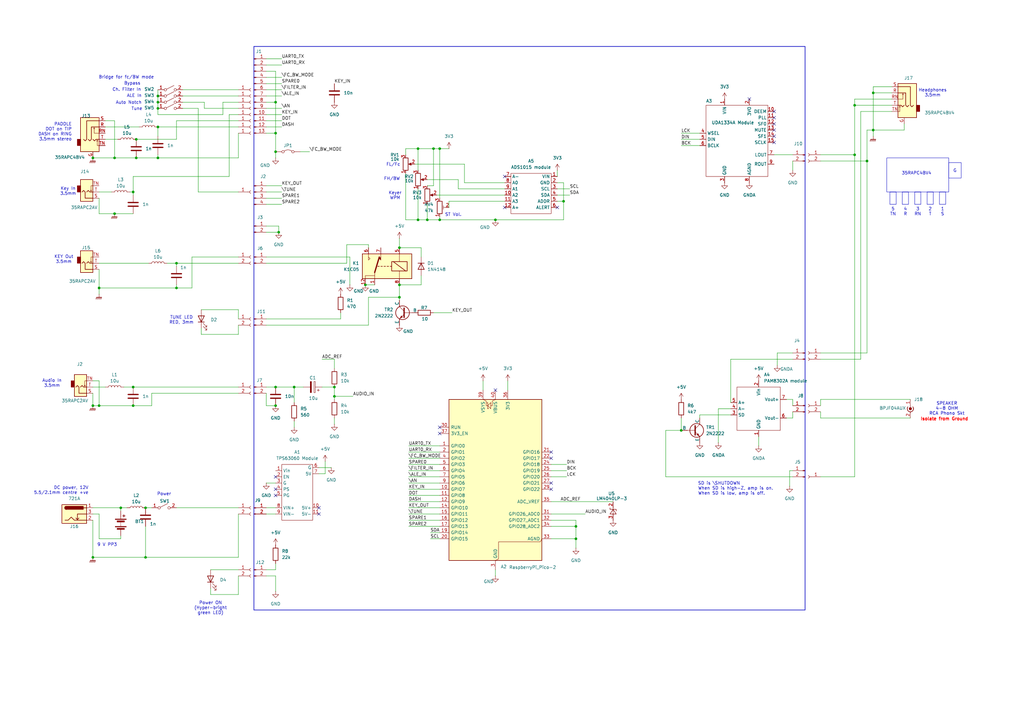
<source format=kicad_sch>
(kicad_sch (version 20250114) (generator "eeschema") (generator_version "9.0")
  (paper "A3")
  (title_block (title "DSP Audio Filter") (date "2025-10-12") (rev "0.3") (company "Adrian Nash, G4ZHZ"))
  (lib_symbols
    (symbol "Adafruit:ADS1015_module"
      (property "Reference" "U" (at -0.254 11.43 0))
      (property "Value" "ADS1015 module" (at 0.762 8.382 0))
      (symbol "ADS1015_module_1_1"
        (pin power_in line (at -10.16 6.35 0) (length 2.54) (name "VIN") (number "1"))
        (pin power_out line (at -10.16 3.81 0) (length 2.54) (name "GND") (number "2"))
        (pin input line (at -10.16 1.27 0) (length 2.54) (name "SCL") (number "3"))
        (pin input line (at -10.16 -1.27 0) (length 2.54) (name "SDA") (number "4"))
        (pin input line (at -10.16 -3.81 0) (length 2.54) (name "ADDR") (number "5"))
        (pin output line (at -10.16 -6.35 0) (length 2.54) (name "ALERT") (number "6"))
        (pin input line (at 11.43 6.35 180) (length 2.54) (name "A-") (number "7"))
        (pin input line (at 11.43 3.81 180) (length 2.54) (name "A0") (number "8"))
        (pin input line (at 11.43 1.27 180) (length 2.54) (name "A1") (number "9"))
        (pin input line (at 11.43 -1.27 180) (length 2.54) (name "A2") (number "10"))
        (pin input line (at 11.43 -3.81 180) (length 2.54) (name "A3") (number "11"))
        (pin input line (at 11.43 -6.35 180) (length 2.54) (name "A+") (number "12"))
      )
    )
    (symbol "Adafruit:PAM8302A_Module"
      (property "Reference" "U" (at -8.128 11.176 0))
      (property "Value" "PAM8302A" (at -7.112 -10.668 0))
      (symbol "PAM8302A_Module_1_1"
        (pin input line (at -11.43 2.54 0) (length 2.54) (name "A+") (number "5"))
        (pin input line (at -11.43 0 0) (length 2.54) (name "A-") (number "4"))
        (pin input line (at -11.43 -2.54 0) (length 2.54) (name "SD") (number "3"))
        (pin input line (at 0 11.43 270) (length 2.54) (name "Vin") (number "2"))
        (pin power_out line (at 0 -11.43 90) (length 2.54) (name "GND") (number "1"))
        (pin output line (at 11.43 3.81 180) (length 2.54) (name "Vout+") (number "7"))
        (pin output line (at 11.43 -3.81 180) (length 2.54) (name "Vout-") (number "6"))
      )
    )
    (symbol "Adafruit:TPS63060 Module"
      (property "Reference" "U" (at 0 12.192 0))
      (property "Value" "TPS63060 Module" (at -0.508 -13.716 0))
      (symbol "TPS63060 Module_1_1"
        (pin power_in line (at -8.89 7.62 0) (length 2.54) (name "Vin") (number "1"))
        (pin input line (at -8.89 5.08 0) (length 2.54) (name "EN") (number "2"))
        (pin power_in line (at -8.89 2.54 0) (length 2.54) (name "G") (number "3"))
        (pin input line (at -8.89 0 0) (length 2.54) (name "PS") (number "4"))
        (pin input line (at -8.89 -2.54 0) (length 2.54) (name "PG") (number "5"))
        (pin power_in line (at -8.89 -7.62 0) (length 2.54) (name "VIN+") (number "8"))
        (pin power_in line (at -8.89 -10.16 0) (length 2.54) (name "VIN-") (number "9"))
        (pin power_out line (at 8.89 8.89 180) (length 2.54) (name "G") (number "6"))
        (pin power_out line (at 8.89 6.35 180) (length 2.54) (name "5V") (number "7"))
        (pin power_out line (at 8.89 -7.62 180) (length 2.54) (name "5V+") (number "10"))
        (pin power_out line (at 8.89 -10.16 180) (length 2.54) (name "5V-") (number "11"))
      )
    )
    (symbol "Adafruit:UDA1334A Module"
      (property "Reference" "U" (at -11.684 16.764 0))
      (property "Value" "UDA1334A Module" (at -1.016 8.128 0))
      (symbol "UDA1334A Module_1_1"
        (pin input line (at -15.24 3.81 0) (length 2.54) (name "WSEL") (number "4"))
        (pin input line (at -15.24 1.27 0) (length 2.54) (name "DIN") (number "5"))
        (pin input line (at -15.24 -1.27 0) (length 2.54) (name "BCLK") (number "6"))
        (pin power_in line (at -5.08 17.78 270) (length 2.54) (name "VIN") (number "1"))
        (pin power_out line (at -5.08 -16.51 90) (length 2.54) (name "GND") (number "3"))
        (pin power_out line (at 5.08 17.78 270) (length 2.54) (name "3VO") (number "2"))
        (pin power_out line (at 5.08 -16.51 90) (length 2.54) (name "AGND") (number "8"))
        (pin input line (at 15.24 12.7 180) (length 2.54) (name "DEEM") (number "10"))
        (pin input line (at 15.24 10.16 180) (length 2.54) (name "PLL") (number "11"))
        (pin input line (at 15.24 7.62 180) (length 2.54) (name "SF0") (number "12"))
        (pin input line (at 15.24 5.08 180) (length 2.54) (name "MUTE") (number "13"))
        (pin input line (at 15.24 2.54 180) (length 2.54) (name "SF1") (number "14"))
        (pin input line (at 15.24 0 180) (length 2.54) (name "SCLK") (number "15"))
        (pin output line (at 15.24 -5.08 180) (length 2.54) (name "LOUT") (number "7"))
        (pin output line (at 15.24 -8.89 180) (length 2.54) (name "ROUT") (number "9"))
      )
    )
    (symbol "Connector:Barrel_Jack_Switch" (pin_names (hide yes))
      (property "Reference" "J" (at 0 5.334 0))
      (property "Value" "Barrel_Jack_Switch" (at 0 -5.08 0))
      (symbol "Barrel_Jack_Switch_1_1"
        (pin passive line (at 7.62 2.54 180) (length 2.54) (name "~") (number "1"))
        (pin passive line (at 7.62 0 180) (length 2.54) (name "~") (number "3"))
        (pin passive line (at 7.62 -2.54 180) (length 2.54) (name "~") (number "2"))
      )
    )
    (symbol "Connector:Conn_01x01_Socket" (pin_names (offset 1.016) (hide yes))
      (property "Reference" "J" (at 0 2.54 0))
      (property "Value" "Conn_01x01_Socket" (at 0 -2.54 0))
      (symbol "Conn_01x01_Socket_1_1"
        (pin passive line (at -5.08 0 0) (length 3.81) (name "Pin_1") (number "1"))
      )
    )
    (symbol "Connector:Conn_01x02_Pin" (pin_names (offset 1.016) (hide yes))
      (property "Reference" "J" (at 0 2.54 0))
      (property "Value" "Conn_01x02_Pin" (at 0 -5.08 0))
      (symbol "Conn_01x02_Pin_1_1"
        (pin passive line (at 5.08 0 180) (length 3.81) (name "Pin_1") (number "1"))
        (pin passive line (at 5.08 -2.54 180) (length 3.81) (name "Pin_2") (number "2"))
      )
    )
    (symbol "Connector:Conn_01x02_Socket" (pin_names (offset 1.016) (hide yes))
      (property "Reference" "J" (at 0 2.54 0))
      (property "Value" "Conn_01x02_Socket" (at 0 -5.08 0))
      (symbol "Conn_01x02_Socket_1_1"
        (pin passive line (at -5.08 0 0) (length 3.81) (name "Pin_1") (number "1"))
        (pin passive line (at -5.08 -2.54 0) (length 3.81) (name "Pin_2") (number "2"))
      )
    )
    (symbol "Connector:Conn_01x04_Pin" (pin_names (offset 1.016) (hide yes))
      (property "Reference" "J" (at 0 5.08 0))
      (property "Value" "Conn_01x04_Pin" (at 0 -7.62 0))
      (symbol "Conn_01x04_Pin_1_1"
        (pin passive line (at 5.08 2.54 180) (length 3.81) (name "Pin_1") (number "1"))
        (pin passive line (at 5.08 0 180) (length 3.81) (name "Pin_2") (number "2"))
        (pin passive line (at 5.08 -2.54 180) (length 3.81) (name "Pin_3") (number "3"))
        (pin passive line (at 5.08 -5.08 180) (length 3.81) (name "Pin_4") (number "4"))
      )
    )
    (symbol "Connector:Conn_01x13_Pin" (pin_names (offset 1.016) (hide yes))
      (property "Reference" "J" (at 0 17.78 0))
      (property "Value" "Conn_01x13_Pin" (at 0 -17.78 0))
      (symbol "Conn_01x13_Pin_1_1"
        (pin passive line (at 5.08 15.24 180) (length 3.81) (name "Pin_1") (number "1"))
        (pin passive line (at 5.08 12.7 180) (length 3.81) (name "Pin_2") (number "2"))
        (pin passive line (at 5.08 10.16 180) (length 3.81) (name "Pin_3") (number "3"))
        (pin passive line (at 5.08 7.62 180) (length 3.81) (name "Pin_4") (number "4"))
        (pin passive line (at 5.08 5.08 180) (length 3.81) (name "Pin_5") (number "5"))
        (pin passive line (at 5.08 2.54 180) (length 3.81) (name "Pin_6") (number "6"))
        (pin passive line (at 5.08 0 180) (length 3.81) (name "Pin_7") (number "7"))
        (pin passive line (at 5.08 -2.54 180) (length 3.81) (name "Pin_8") (number "8"))
        (pin passive line (at 5.08 -5.08 180) (length 3.81) (name "Pin_9") (number "9"))
        (pin passive line (at 5.08 -7.62 180) (length 3.81) (name "Pin_10") (number "10"))
        (pin passive line (at 5.08 -10.16 180) (length 3.81) (name "Pin_11") (number "11"))
        (pin passive line (at 5.08 -12.7 180) (length 3.81) (name "Pin_12") (number "12"))
        (pin passive line (at 5.08 -15.24 180) (length 3.81) (name "Pin_13") (number "13"))
      )
    )
    (symbol "Connector:Conn_Coaxial_Power" (pin_names (offset 1.016) (hide yes))
      (property "Reference" "J" (at -5.08 -1.27 90))
      (property "Value" "Conn_Coaxial_Power" (at -3.175 -1.27 90))
      (symbol "Conn_Coaxial_Power_1_1"
        (pin passive line (at 0 2.54 270) (length 2.54) (name "In") (number "1"))
        (pin passive line (at 0 -5.08 90) (length 2.54) (name "Ext") (number "2"))
      )
    )
    (symbol "Connector_Audio:AudioJack2_SwitchT"
      (property "Reference" "J" (at 0 8.89 0))
      (property "Value" "AudioJack2_SwitchT" (at 0 6.35 0))
      (symbol "AudioJack2_SwitchT_1_1"
        (pin passive line (at 5.08 2.54 180) (length 2.54) (name "~") (number "S"))
        (pin passive line (at 5.08 0 180) (length 2.54) (name "~") (number "T"))
        (pin passive line (at 5.08 -2.54 180) (length 2.54) (name "~") (number "TN"))
      )
    )
    (symbol "Connector_Audio:AudioJack3_Ground_SwitchTR"
      (property "Reference" "J" (at 0 8.89 0))
      (property "Value" "AudioJack3_Ground_SwitchTR" (at 0 6.35 0))
      (symbol "AudioJack3_Ground_SwitchTR_1_1"
        (pin passive line (at 0 -12.7 90) (length 2.54) (name "~") (number "G"))
        (pin passive line (at 5.08 2.54 180) (length 2.54) (name "~") (number "S"))
        (pin passive line (at 5.08 0 180) (length 2.54) (name "~") (number "R"))
        (pin passive line (at 5.08 -2.54 180) (length 2.54) (name "~") (number "RN"))
        (pin passive line (at 5.08 -5.08 180) (length 2.54) (name "~") (number "T"))
        (pin passive line (at 5.08 -7.62 180) (length 2.54) (name "~") (number "TN"))
      )
    )
    (symbol "Device:Battery" (pin_numbers (hide yes)) (pin_names (offset 0) (hide yes))
      (property "Reference" "BT" (at 2.54 2.54 0))
      (property "Value" "Battery" (at 2.54 0 0))
      (symbol "Battery_1_1"
        (pin passive line (at 0 5.08 270) (length 2.54) (name "+") (number "1"))
        (pin passive line (at 0 -5.08 90) (length 2.54) (name "-") (number "2"))
      )
    )
    (symbol "Device:C" (pin_numbers (hide yes)) (pin_names (offset 0.254))
      (property "Reference" "C" (at 0.635 2.54 0))
      (property "Value" "C" (at 0.635 -2.54 0))
      (symbol "C_1_1"
        (pin passive line (at 0 3.81 270) (length 2.794) (name "~") (number "1"))
        (pin passive line (at 0 -3.81 90) (length 2.794) (name "~") (number "2"))
      )
    )
    (symbol "Device:C_Polarized" (pin_numbers (hide yes)) (pin_names (offset 0.254))
      (property "Reference" "C" (at 0.635 2.54 0))
      (property "Value" "C_Polarized" (at 0.635 -2.54 0))
      (symbol "C_Polarized_1_1"
        (pin passive line (at 0 3.81 270) (length 2.794) (name "~") (number "1"))
        (pin passive line (at 0 -3.81 90) (length 2.794) (name "~") (number "2"))
      )
    )
    (symbol "Device:L" (pin_numbers (hide yes)) (pin_names (offset 1.016) (hide yes))
      (property "Reference" "L" (at -1.27 0 90))
      (property "Value" "L" (at 1.905 0 90))
      (symbol "L_1_1"
        (pin passive line (at 0 3.81 270) (length 1.27) (name "1") (number "1"))
        (pin passive line (at 0 -3.81 90) (length 1.27) (name "2") (number "2"))
      )
    )
    (symbol "Device:LED" (pin_numbers (hide yes)) (pin_names (offset 1.016) (hide yes))
      (property "Reference" "D" (at 0 2.54 0))
      (property "Value" "LED" (at 0 -2.54 0))
      (symbol "LED_1_1"
        (pin passive line (at -3.81 0 0) (length 2.54) (name "K") (number "1"))
        (pin passive line (at 3.81 0 180) (length 2.54) (name "A") (number "2"))
      )
    )
    (symbol "Device:R" (pin_numbers (hide yes)) (pin_names (offset 0))
      (property "Reference" "R" (at 2.032 0 90))
      (property "Value" "R" (at 0 0 90))
      (symbol "R_1_1"
        (pin passive line (at 0 3.81 270) (length 1.27) (name "~") (number "1"))
        (pin passive line (at 0 -3.81 90) (length 1.27) (name "~") (number "2"))
      )
    )
    (symbol "Device:R_Potentiometer" (pin_names (offset 1.016) (hide yes))
      (property "Reference" "RV" (at -4.445 0 90))
      (property "Value" "R_Potentiometer" (at -2.54 0 90))
      (symbol "R_Potentiometer_1_1"
        (pin passive line (at 0 3.81 270) (length 1.27) (name "1") (number "1"))
        (pin passive line (at 0 -3.81 90) (length 1.27) (name "3") (number "3"))
        (pin passive line (at 3.81 0 180) (length 1.27) (name "2") (number "2"))
      )
    )
    (symbol "Device:R_Potentiometer_Trim" (pin_names (offset 1.016) (hide yes))
      (property "Reference" "RV" (at -4.445 0 90))
      (property "Value" "R_Potentiometer_Trim" (at -2.54 0 90))
      (symbol "R_Potentiometer_Trim_1_1"
        (pin passive line (at 0 3.81 270) (length 1.27) (name "1") (number "1"))
        (pin passive line (at 0 -3.81 90) (length 1.27) (name "3") (number "3"))
        (pin passive line (at 3.81 0 180) (length 1.27) (name "2") (number "2"))
      )
    )
    (symbol "Diode:1N4148WT" (pin_numbers (hide yes)) (pin_names (hide yes))
      (property "Reference" "D" (at 0 2.54 0))
      (property "Value" "1N4148WT" (at 0 -2.54 0))
      (symbol "1N4148WT_1_1"
        (pin passive line (at -3.81 0 0) (length 2.54) (name "K") (number "1"))
        (pin passive line (at 3.81 0 180) (length 2.54) (name "A") (number "2"))
      )
    )
    (symbol "Jumper:Jumper_2_Bridged" (pin_numbers (hide yes)) (pin_names (offset 0) (hide yes))
      (property "Reference" "JP" (at 0 1.905 0))
      (property "Value" "Jumper_2_Bridged" (at 0 -2.54 0))
      (symbol "Jumper_2_Bridged_1_1"
        (pin passive line (at -5.08 0 0) (length 2.54) (name "A") (number "1"))
        (pin passive line (at 5.08 0 180) (length 2.54) (name "B") (number "2"))
      )
    )
    (symbol "MCU_Module:RaspberryPi_Pico" (pin_names (offset 0.762))
      (property "Reference" "A" (at -19.05 35.56 0))
      (property "Value" "RaspberryPi_Pico" (at 7.62 35.56 0))
      (symbol "RaspberryPi_Pico_1_1"
        (pin passive line (at -22.86 22.86 0) (length 3.81) (name "RUN") (number "30"))
        (pin passive line (at -22.86 20.32 0) (length 3.81) (name "3V3_EN") (number "37"))
        (pin bidirectional line (at -22.86 15.24 0) (length 3.81) (name "GPIO0") (number "1"))
        (pin bidirectional line (at -22.86 12.7 0) (length 3.81) (name "GPIO1") (number "2"))
        (pin bidirectional line (at -22.86 10.16 0) (length 3.81) (name "GPIO2") (number "4"))
        (pin bidirectional line (at -22.86 7.62 0) (length 3.81) (name "GPIO3") (number "5"))
        (pin bidirectional line (at -22.86 5.08 0) (length 3.81) (name "GPIO4") (number "6"))
        (pin bidirectional line (at -22.86 2.54 0) (length 3.81) (name "GPIO5") (number "7"))
        (pin bidirectional line (at -22.86 0 0) (length 3.81) (name "GPIO6") (number "9"))
        (pin bidirectional line (at -22.86 -2.54 0) (length 3.81) (name "GPIO7") (number "10"))
        (pin bidirectional line (at -22.86 -5.08 0) (length 3.81) (name "GPIO8") (number "11"))
        (pin bidirectional line (at -22.86 -7.62 0) (length 3.81) (name "GPIO9") (number "12"))
        (pin bidirectional line (at -22.86 -10.16 0) (length 3.81) (name "GPIO10") (number "14"))
        (pin bidirectional line (at -22.86 -12.7 0) (length 3.81) (name "GPIO11") (number "15"))
        (pin bidirectional line (at -22.86 -15.24 0) (length 3.81) (name "GPIO12") (number "16"))
        (pin bidirectional line (at -22.86 -17.78 0) (length 3.81) (name "GPIO13") (number "17"))
        (pin bidirectional line (at -22.86 -20.32 0) (length 3.81) (name "GPIO14") (number "19"))
        (pin bidirectional line (at -22.86 -22.86 0) (length 3.81) (name "GPIO15") (number "20"))
        (pin power_in line (at -5.08 38.1 270) (length 3.81) (name "VSYS") (number "39"))
        (pin power_out line (at 0 38.1 270) (length 3.81) (name "VBUS") (number "40"))
        (pin passive line (at 0 -35.56 90) (length 3.81) (hide yes) (name "GND") (number "13"))
        (pin passive line (at 0 -35.56 90) (length 3.81) (hide yes) (name "GND") (number "18"))
        (pin passive line (at 0 -35.56 90) (length 3.81) (hide yes) (name "GND") (number "23"))
        (pin passive line (at 0 -35.56 90) (length 3.81) (hide yes) (name "GND") (number "28"))
        (pin power_out line (at 0 -35.56 90) (length 3.81) (name "GND") (number "3"))
        (pin passive line (at 0 -35.56 90) (length 3.81) (hide yes) (name "GND") (number "38"))
        (pin passive line (at 0 -35.56 90) (length 3.81) (hide yes) (name "GND") (number "8"))
        (pin power_out line (at 5.08 38.1 270) (length 3.81) (name "3V3") (number "36"))
        (pin bidirectional line (at 22.86 12.7 180) (length 3.81) (name "GPIO16") (number "21"))
        (pin bidirectional line (at 22.86 10.16 180) (length 3.81) (name "GPIO17") (number "22"))
        (pin bidirectional line (at 22.86 7.62 180) (length 3.81) (name "GPIO18") (number "24"))
        (pin bidirectional line (at 22.86 5.08 180) (length 3.81) (name "GPIO19") (number "25"))
        (pin bidirectional line (at 22.86 2.54 180) (length 3.81) (name "GPIO20") (number "26"))
        (pin bidirectional line (at 22.86 0 180) (length 3.81) (name "GPIO21") (number "27"))
        (pin bidirectional line (at 22.86 -2.54 180) (length 3.81) (name "GPIO22") (number "29"))
        (pin power_in line (at 22.86 -7.62 180) (length 3.81) (name "ADC_VREF") (number "35"))
        (pin bidirectional line (at 22.86 -12.7 180) (length 3.81) (name "GPIO26_ADC0") (number "31"))
        (pin bidirectional line (at 22.86 -15.24 180) (length 3.81) (name "GPIO27_ADC1") (number "32"))
        (pin bidirectional line (at 22.86 -17.78 180) (length 3.81) (name "GPIO28_ADC2") (number "34"))
        (pin power_out line (at 22.86 -22.86 180) (length 3.81) (name "AGND") (number "33"))
      )
    )
    (symbol "Project_Library:K1C05"
      (property "Reference" "K" (at 11.43 3.81 0))
      (property "Value" "K1C05" (at 11.43 1.27 0))
      (symbol "K1C05_1_1"
        (pin passive line (at -5.08 7.62 270) (length 2.54) (name "~") (number "5"))
        (pin passive line (at -5.08 -7.62 90) (length 2.54) (name "~") (number "8"))
        (pin passive line (at 2.54 7.62 270) (length 2.54) (name "~") (number "7"))
        (pin passive line (at 5.08 -7.62 90) (length 2.54) (name "~") (number "1"))
        (pin passive line (at 7.62 7.62 270) (length 2.54) (name "~") (number "6"))
        (pin passive line (at 8.89 -7.62 90) (length 2.54) (name "~") (number "12"))
      )
    )
    (symbol "Reference_Voltage:LM4040LP-3" (pin_names (offset 0.0254) (hide yes))
      (property "Reference" "U" (at 0 2.54 0))
      (property "Value" "LM4040LP-3" (at 0 -3.175 0))
      (symbol "LM4040LP-3_1_1"
        (pin passive line (at -3.81 0 0) (length 2.54) (name "A") (number "3"))
        (pin passive line (at 3.81 0 180) (length 2.54) (name "K") (number "2"))
      )
    )
    (symbol "Simulation_SPICE:NPN" (pin_numbers (hide yes)) (pin_names (offset 0))
      (property "Reference" "Q" (at -2.54 7.62 0))
      (property "Value" "NPN" (at -2.54 5.08 0))
      (symbol "NPN_1_1"
        (pin input line (at -5.08 0 0) (length 2.54) (name "B") (number "2"))
        (pin open_collector line (at 2.54 5.08 270) (length 2.54) (name "C") (number "1"))
        (pin open_emitter line (at 2.54 -5.08 90) (length 2.54) (name "E") (number "3"))
      )
    )
    (symbol "Switch:SW_SPST" (pin_names (offset 0) (hide yes))
      (property "Reference" "SW" (at 0 3.175 0))
      (property "Value" "SW_SPST" (at 0 -2.54 0))
      (symbol "SW_SPST_1_1"
        (pin passive line (at -5.08 0 0) (length 2.54) (name "A") (number "1"))
        (pin passive line (at 5.08 0 180) (length 2.54) (name "B") (number "2"))
      )
    )
    (symbol "power:GND" (power) (pin_numbers (hide yes)) (pin_names (offset 0) (hide yes))
      (property "Value" "GND" (at 0 -3.81 0))
      (symbol "GND_1_1"
        (pin power_in line (at 0 0 270) (length 0) (name "~") (number "1"))
      )
    )
    (symbol "power:GNDA" (power) (pin_numbers (hide yes)) (pin_names (offset 0) (hide yes))
      (property "Value" "GNDA" (at 0 -3.81 0))
      (symbol "GNDA_1_1"
        (pin power_in line (at 0 0 270) (length 0) (name "~") (number "1"))
      )
    )
    (symbol "power:GNDPWR" (power) (pin_numbers (hide yes)) (pin_names (offset 0) (hide yes))
      (property "Value" "GNDPWR" (at 0 -3.302 0))
      (symbol "GNDPWR_1_1"
        (pin power_in line (at 0 0 270) (length 0) (name "~") (number "1"))
      )
    )
    (symbol "power:VDD" (power) (pin_numbers (hide yes)) (pin_names (offset 0) (hide yes))
      (property "Value" "VDD" (at 0 3.556 0))
      (symbol "VDD_1_1"
        (pin power_in line (at 0 0 90) (length 0) (name "~") (number "1"))
      )
    )
  )
  (rectangle (start 370.078 78.74) (end 372.618 83.82))
  (rectangle (start 363.728 64.77) (end 389.128 78.74))
  (rectangle (start 375.158 78.74) (end 377.698 83.82))
  (rectangle (start 389.128 66.675) (end 394.208 73.025))
  (rectangle (start 364.998 78.74) (end 367.538 83.82))
  (rectangle (start 385.318 78.74) (end 387.858 83.82))
  (rectangle (start 380.238 78.74) (end 382.778 83.82))
  (rectangle (start 104.14 19.05) (end 330.2 250.19) (stroke (width 0.254)))
  (text "9 V PP3" (at 43.942 223.52 0) (effects (font (size 1.27 1.27))))
  (text "Ch. Filter In" (at 57.912 36.83 0) (effects (font (size 1.27 1.27)) (justify right)))
  (text "Auto Notch" (at 58.166 42.164 0) (effects (font (size 1.27 1.27)) (justify right)))
  (text "Isolate from Ground" (at 387.35 171.958 0) (effects (font (size 1.27 1.27) (thickness 0.254) (bold yes))))
  (text "Bypass" (at 57.658 34.29 0) (effects (font (size 1.27 1.27)) (justify right)))
  (text "SD is \\SHUTDOWN\nWhen SD is high-Z, amp is on.\nWhen SD is low, amp is off." (at 286.258 200.406 0) (effects (font (size 1.27 1.27)) (justify left)))
  (text "G" (at 391.668 70.104 0) (effects (font (size 1.27 1.27))))
  (text "Tune" (at 56.134 44.704 0) (effects (font (size 1.27 1.27))))
  (text "1\nS" (at 386.588 86.868 0) (effects (font (size 1.27 1.27))))
  (text "5\nTN" (at 366.268 86.868 0) (effects (font (size 1.27 1.27))))
  (text "3\nRN" (at 376.428 86.868 0) (effects (font (size 1.27 1.27))))
  (text "SPEAKER\n4-8 OHM\nRCA Phono Skt\n" (at 388.366 167.64 0) (effects (font (size 1.27 1.27) (thickness 0.1588))))
  (text "FL/Fc" (at 161.29 67.564 0) (effects (font (size 1.27 1.27))))
  (text "Key In\n3.5mm" (at 27.94 78.486 0) (effects (font (size 1.27 1.27))))
  (text "35RAPC4BV4" (at 375.92 71.12 0) (effects (font (size 1.27 1.27))))
  (text "KEY Out\n3.5mm" (at 26.162 106.426 0) (effects (font (size 1.27 1.27))))
  (text "TUNE LED\nRED, 3mm" (at 74.422 131.318 0) (effects (font (size 1.27 1.27))))
  (text "Bridge for fc/BW mode" (at 51.816 31.75 0) (effects (font (size 1.27 1.27))))
  (text "PADDLE\nDOT on TIP\nDASH on RING\n3.5mm stereo" (at 29.464 54.102 0) (effects (font (size 1.27 1.27)) (justify right)))
  (text "ALE In" (at 58.166 39.37 0) (effects (font (size 1.27 1.27)) (justify right)))
  (text "Keyer\nWPM" (at 162.052 80.264 0) (effects (font (size 1.27 1.27))))
  (text "4\nR" (at 371.348 86.868 0) (effects (font (size 1.27 1.27))))
  (text "Audio In\n3.5mm" (at 21.336 157.226 0) (effects (font (size 1.27 1.27))))
  (text "Headphones\n3.5mm" (at 382.524 38.1 0) (effects (font (size 1.27 1.27))))
  (text "ST Vol." (at 185.928 88.138 0) (effects (font (size 1.27 1.27))))
  (text "FH/BW" (at 160.782 73.406 0) (effects (font (size 1.27 1.27))))
  (text "Power" (at 67.31 202.692 0) (effects (font (size 1.27 1.27))))
  (text "2\nT" (at 381.508 86.868 0) (effects (font (size 1.27 1.27))))
  (text "DC power, 12V\n5.5/2.1mm centre +ve" (at 36.322 201.168 0) (effects (font (size 1.27 1.27)) (justify right)))
  (text "Power ON\n(Hyper-bright\ngreen LED)" (at 86.36 249.428 0) (effects (font (size 1.27 1.27))))
  (junction (at 55.88 57.15))
  (junction (at 236.22 215.9))
  (junction (at 54.61 158.75))
  (junction (at 163.83 121.92))
  (junction (at 46.99 87.63))
  (junction (at 54.61 78.74))
  (junction (at 64.77 64.77))
  (junction (at 137.16 162.56))
  (junction (at 38.1 166.37))
  (junction (at 120.65 158.75))
  (junction (at 350.52 43.18))
  (junction (at 113.03 62.23))
  (junction (at 59.69 228.6))
  (junction (at 64.77 41.91))
  (junction (at 137.16 158.75))
  (junction (at 171.45 60.96))
  (junction (at 114.3 95.25))
  (junction (at 113.03 166.37))
  (junction (at 163.83 101.6))
  (junction (at 64.77 39.37))
  (junction (at 55.88 64.77))
  (junction (at 171.45 90.17))
  (junction (at 54.61 166.37))
  (junction (at 177.8 60.96))
  (junction (at 59.69 208.28))
  (junction (at 72.39 107.95))
  (junction (at 38.1 228.6))
  (junction (at 236.22 220.98))
  (junction (at 163.83 116.84))
  (junction (at 46.99 64.77))
  (junction (at 64.77 44.45))
  (junction (at 350.52 63.5))
  (junction (at 180.34 90.17))
  (junction (at 358.14 53.34))
  (junction (at 64.77 52.07))
  (junction (at 113.03 41.91))
  (junction (at 38.1 64.77))
  (junction (at 49.53 208.28))
  (junction (at 149.86 116.84))
  (junction (at 113.03 158.75))
  (junction (at 355.6 66.04))
  (junction (at 40.64 166.37))
  (junction (at 175.26 90.17))
  (junction (at 180.34 60.96))
  (junction (at 358.14 38.1))
  (junction (at 279.4 176.53))
  (junction (at 113.03 54.61))
  (junction (at 72.39 118.11))
  (junction (at 231.14 82.55))
  (junction (at 40.64 118.11))
  (junction (at 203.2 90.17))
  (no_connect (at 307.34 40.64))
  (no_connect (at 207.01 72.39))
  (no_connect (at 130.81 208.28))
  (no_connect (at 317.5 53.34))
  (no_connect (at 130.81 210.82))
  (no_connect (at 203.2 160.02))
  (no_connect (at 207.01 85.09))
  (no_connect (at 226.06 200.66))
  (no_connect (at 226.06 198.12))
  (no_connect (at 226.06 187.96))
  (no_connect (at 113.03 203.2))
  (no_connect (at 113.03 195.58))
  (no_connect (at 226.06 185.42))
  (no_connect (at 317.5 45.72))
  (no_connect (at 317.5 58.42))
  (no_connect (at 317.5 55.88))
  (no_connect (at 228.6 85.09))
  (no_connect (at 317.5 50.8))
  (no_connect (at 180.34 175.26))
  (no_connect (at 180.34 177.8))
  (no_connect (at 317.5 48.26))
  (no_connect (at 113.03 200.66))
  (wire (pts (xy 171.45 60.96) (xy 177.8 60.96)))
  (wire (pts (xy 109.22 34.29) (xy 115.57 34.29)))
  (wire (pts (xy 175.26 90.17) (xy 171.45 90.17)))
  (wire (pts (xy 43.18 49.53) (xy 46.99 49.53)))
  (wire (pts (xy 50.8 158.75) (xy 54.61 158.75)))
  (wire (pts (xy 54.61 72.39) (xy 54.61 78.74)))
  (wire (pts (xy 226.06 190.5) (xy 232.41 190.5)))
  (wire (pts (xy 273.05 195.58) (xy 325.12 195.58)))
  (wire (pts (xy 171.45 90.17) (xy 166.37 90.17)))
  (wire (pts (xy 40.64 78.74) (xy 45.72 78.74)))
  (wire (pts (xy 64.77 64.77) (xy 55.88 64.77)))
  (wire (pts (xy 40.64 220.98) (xy 49.53 220.98)))
  (wire (pts (xy 184.15 82.55) (xy 184.15 85.09)))
  (wire (pts (xy 109.22 92.71) (xy 114.3 92.71)))
  (wire (pts (xy 109.22 95.25) (xy 114.3 95.25)))
  (wire (pts (xy 279.4 171.45) (xy 279.4 176.53)))
  (wire (pts (xy 109.22 210.82) (xy 113.03 210.82)))
  (wire (pts (xy 198.12 156.21) (xy 198.12 160.02)))
  (wire (pts (xy 226.06 205.74) (xy 251.46 205.74)))
  (wire (pts (xy 113.03 29.21) (xy 113.03 41.91)))
  (wire (pts (xy 113.03 231.14) (xy 113.03 233.68)))
  (wire (pts (xy 231.14 82.55) (xy 231.14 90.17)))
  (wire (pts (xy 64.77 64.77) (xy 97.79 64.77)))
  (wire (pts (xy 207.01 74.93) (xy 190.5 74.93)))
  (wire (pts (xy 137.16 158.75) (xy 137.16 162.56)))
  (wire (pts (xy 109.22 46.99) (xy 115.57 46.99)))
  (wire (pts (xy 370.84 53.34) (xy 370.84 50.8)))
  (wire (pts (xy 228.6 74.93) (xy 231.14 74.93)))
  (wire (pts (xy 279.4 57.15) (xy 287.02 57.15)))
  (wire (pts (xy 82.55 127) (xy 97.79 127)))
  (wire (pts (xy 208.28 156.21) (xy 208.28 160.02)))
  (wire (pts (xy 109.22 130.81) (xy 139.7 130.81)))
  (wire (pts (xy 325.12 66.04) (xy 325.12 69.85)))
  (wire (pts (xy 81.28 44.45) (xy 81.28 78.74)))
  (wire (pts (xy 151.13 121.92) (xy 163.83 121.92)))
  (wire (pts (xy 231.14 74.93) (xy 231.14 82.55)))
  (wire (pts (xy 54.61 158.75) (xy 97.79 158.75)))
  (wire (pts (xy 74.93 36.83) (xy 97.79 36.83)))
  (wire (pts (xy 167.64 187.96) (xy 180.34 187.96)))
  (wire (pts (xy 171.45 128.27) (xy 170.18 128.27)))
  (wire (pts (xy 38.1 213.36) (xy 38.1 228.6)))
  (wire (pts (xy 322.58 163.83) (xy 325.12 163.83)))
  (wire (pts (xy 113.03 54.61) (xy 113.03 62.23)))
  (wire (pts (xy 109.22 161.29) (xy 109.22 166.37)))
  (wire (pts (xy 325.12 168.91) (xy 325.12 171.45)))
  (wire (pts (xy 93.98 46.99) (xy 93.98 72.39)))
  (wire (pts (xy 177.8 60.96) (xy 180.34 60.96)))
  (wire (pts (xy 207.01 82.55) (xy 184.15 82.55)))
  (wire (pts (xy 187.96 77.47) (xy 187.96 73.66)))
  (wire (pts (xy 64.77 44.45) (xy 64.77 46.99)))
  (wire (pts (xy 365.76 43.18) (xy 350.52 43.18)))
  (wire (pts (xy 317.5 63.5) (xy 325.12 63.5)))
  (wire (pts (xy 166.37 60.96) (xy 166.37 63.5)))
  (wire (pts (xy 64.77 41.91) (xy 64.77 44.45)))
  (wire (pts (xy 180.34 90.17) (xy 175.26 90.17)))
  (wire (pts (xy 86.36 241.3) (xy 86.36 243.84)))
  (wire (pts (xy 109.22 166.37) (xy 113.03 166.37)))
  (wire (pts (xy 166.37 90.17) (xy 166.37 71.12)))
  (wire (pts (xy 167.64 208.28) (xy 180.34 208.28)))
  (wire (pts (xy 172.72 101.6) (xy 163.83 101.6)))
  (wire (pts (xy 167.64 203.2) (xy 180.34 203.2)))
  (wire (pts (xy 46.99 87.63) (xy 54.61 87.63)))
  (wire (pts (xy 176.53 220.98) (xy 180.34 220.98)))
  (wire (pts (xy 358.14 53.34) (xy 370.84 53.34)))
  (wire (pts (xy 109.22 54.61) (xy 113.03 54.61)))
  (wire (pts (xy 203.2 90.17) (xy 231.14 90.17)))
  (wire (pts (xy 72.39 118.11) (xy 78.74 118.11)))
  (wire (pts (xy 114.3 92.71) (xy 114.3 95.25)))
  (wire (pts (xy 113.03 41.91) (xy 113.03 54.61)))
  (wire (pts (xy 143.51 105.41) (xy 143.51 116.84)))
  (wire (pts (xy 59.69 208.28) (xy 62.23 208.28)))
  (wire (pts (xy 318.77 149.86) (xy 318.77 144.78)))
  (wire (pts (xy 72.39 208.28) (xy 97.79 208.28)))
  (wire (pts (xy 336.55 166.37) (xy 336.55 163.83)))
  (wire (pts (xy 167.64 190.5) (xy 180.34 190.5)))
  (wire (pts (xy 325.12 147.32) (xy 299.72 147.32)))
  (wire (pts (xy 299.72 147.32) (xy 299.72 165.1)))
  (wire (pts (xy 350.52 43.18) (xy 350.52 63.5)))
  (wire (pts (xy 64.77 52.07) (xy 97.79 52.07)))
  (wire (pts (xy 97.79 228.6) (xy 59.69 228.6)))
  (wire (pts (xy 336.55 63.5) (xy 350.52 63.5)))
  (wire (pts (xy 167.64 210.82) (xy 180.34 210.82)))
  (wire (pts (xy 279.4 59.69) (xy 287.02 59.69)))
  (wire (pts (xy 163.83 97.79) (xy 163.83 101.6)))
  (wire (pts (xy 279.4 54.61) (xy 287.02 54.61)))
  (wire (pts (xy 53.34 78.74) (xy 54.61 78.74)))
  (wire (pts (xy 137.16 162.56) (xy 144.78 162.56)))
  (wire (pts (xy 350.52 195.58) (xy 350.52 63.5)))
  (wire (pts (xy 64.77 52.07) (xy 64.77 55.88)))
  (wire (pts (xy 167.64 200.66) (xy 180.34 200.66)))
  (wire (pts (xy 97.79 243.84) (xy 86.36 243.84)))
  (wire (pts (xy 72.39 116.84) (xy 72.39 118.11)))
  (wire (pts (xy 172.72 101.6) (xy 172.72 105.41)))
  (wire (pts (xy 336.55 168.91) (xy 336.55 171.45)))
  (wire (pts (xy 133.35 189.23) (xy 133.35 194.31)))
  (wire (pts (xy 185.42 128.27) (xy 177.8 128.27)))
  (wire (pts (xy 151.13 133.35) (xy 151.13 121.92)))
  (wire (pts (xy 109.22 24.13) (xy 115.57 24.13)))
  (wire (pts (xy 109.22 78.74) (xy 115.57 78.74)))
  (wire (pts (xy 167.64 193.04) (xy 180.34 193.04)))
  (wire (pts (xy 109.22 105.41) (xy 143.51 105.41)))
  (wire (pts (xy 142.24 107.95) (xy 142.24 100.33)))
  (wire (pts (xy 109.22 39.37) (xy 115.57 39.37)))
  (wire (pts (xy 97.79 161.29) (xy 62.23 161.29)))
  (wire (pts (xy 91.44 41.91) (xy 91.44 46.99)))
  (wire (pts (xy 167.64 205.74) (xy 180.34 205.74)))
  (wire (pts (xy 179.07 80.01) (xy 207.01 80.01)))
  (wire (pts (xy 175.26 90.17) (xy 175.26 83.82)))
  (wire (pts (xy 40.64 81.28) (xy 40.64 87.63)))
  (wire (pts (xy 167.64 213.36) (xy 180.34 213.36)))
  (wire (pts (xy 109.22 76.2) (xy 115.57 76.2)))
  (wire (pts (xy 40.64 107.95) (xy 60.96 107.95)))
  (wire (pts (xy 325.12 171.45) (xy 322.58 171.45)))
  (wire (pts (xy 38.1 228.6) (xy 59.69 228.6)))
  (wire (pts (xy 176.53 218.44) (xy 180.34 218.44)))
  (wire (pts (xy 172.72 116.84) (xy 163.83 116.84)))
  (wire (pts (xy 97.79 133.35) (xy 97.79 137.16)))
  (wire (pts (xy 203.2 233.68) (xy 203.2 236.22)))
  (wire (pts (xy 130.81 191.77) (xy 135.89 191.77)))
  (wire (pts (xy 171.45 90.17) (xy 171.45 77.47)))
  (wire (pts (xy 81.28 78.74) (xy 97.79 78.74)))
  (wire (pts (xy 113.03 236.22) (xy 109.22 236.22)))
  (wire (pts (xy 40.64 118.11) (xy 72.39 118.11)))
  (wire (pts (xy 120.65 158.75) (xy 124.46 158.75)))
  (wire (pts (xy 149.86 116.84) (xy 153.67 116.84)))
  (wire (pts (xy 55.88 57.15) (xy 72.39 57.15)))
  (wire (pts (xy 137.16 151.13) (xy 137.16 147.32)))
  (wire (pts (xy 151.13 100.33) (xy 151.13 101.6)))
  (wire (pts (xy 139.7 130.81) (xy 139.7 128.27)))
  (wire (pts (xy 64.77 63.5) (xy 64.77 64.77)))
  (wire (pts (xy 38.1 208.28) (xy 49.53 208.28)))
  (wire (pts (xy 226.06 193.04) (xy 232.41 193.04)))
  (wire (pts (xy 97.79 137.16) (xy 82.55 137.16)))
  (wire (pts (xy 228.6 77.47) (xy 233.68 77.47)))
  (wire (pts (xy 46.99 64.77) (xy 55.88 64.77)))
  (wire (pts (xy 273.05 176.53) (xy 279.4 176.53)))
  (wire (pts (xy 180.34 88.9) (xy 180.34 90.17)))
  (wire (pts (xy 40.64 87.63) (xy 46.99 87.63)))
  (wire (pts (xy 133.35 194.31) (xy 130.81 194.31)))
  (wire (pts (xy 62.23 166.37) (xy 54.61 166.37)))
  (wire (pts (xy 109.22 41.91) (xy 113.03 41.91)))
  (wire (pts (xy 228.6 80.01) (xy 233.68 80.01)))
  (wire (pts (xy 137.16 173.99) (xy 137.16 171.45)))
  (wire (pts (xy 355.6 66.04) (xy 355.6 144.78)))
  (wire (pts (xy 40.64 156.21) (xy 40.64 166.37)))
  (wire (pts (xy 93.98 72.39) (xy 54.61 72.39)))
  (wire (pts (xy 109.22 44.45) (xy 115.57 44.45)))
  (wire (pts (xy 109.22 49.53) (xy 115.57 49.53)))
  (wire (pts (xy 109.22 107.95) (xy 142.24 107.95)))
  (wire (pts (xy 109.22 36.83) (xy 115.57 36.83)))
  (wire (pts (xy 113.03 158.75) (xy 120.65 158.75)))
  (wire (pts (xy 113.03 236.22) (xy 113.03 242.57)))
  (wire (pts (xy 97.79 236.22) (xy 97.79 243.84)))
  (wire (pts (xy 318.77 144.78) (xy 325.12 144.78)))
  (wire (pts (xy 190.5 74.93) (xy 190.5 67.31)))
  (wire (pts (xy 109.22 83.82) (xy 115.57 83.82)))
  (wire (pts (xy 97.79 210.82) (xy 97.79 228.6)))
  (wire (pts (xy 38.1 156.21) (xy 40.64 156.21)))
  (wire (pts (xy 311.15 182.88) (xy 311.15 179.07)))
  (wire (pts (xy 74.93 39.37) (xy 97.79 39.37)))
  (wire (pts (xy 163.83 121.92) (xy 163.83 116.84)))
  (wire (pts (xy 40.64 110.49) (xy 40.64 118.11)))
  (wire (pts (xy 38.1 158.75) (xy 43.18 158.75)))
  (wire (pts (xy 109.22 29.21) (xy 113.03 29.21)))
  (wire (pts (xy 49.53 208.28) (xy 52.07 208.28)))
  (wire (pts (xy 358.14 35.56) (xy 365.76 35.56)))
  (wire (pts (xy 97.79 105.41) (xy 78.74 105.41)))
  (wire (pts (xy 43.18 52.07) (xy 57.15 52.07)))
  (wire (pts (xy 109.22 233.68) (xy 113.03 233.68)))
  (wire (pts (xy 190.5 67.31) (xy 170.18 67.31)))
  (wire (pts (xy 81.28 44.45) (xy 74.93 44.45)))
  (wire (pts (xy 184.15 60.96) (xy 180.34 60.96)))
  (wire (pts (xy 226.06 195.58) (xy 232.41 195.58)))
  (wire (pts (xy 171.45 60.96) (xy 171.45 69.85)))
  (wire (pts (xy 68.58 107.95) (xy 72.39 107.95)))
  (wire (pts (xy 113.03 62.23) (xy 113.03 64.77)))
  (wire (pts (xy 226.06 213.36) (xy 236.22 213.36)))
  (wire (pts (xy 109.22 158.75) (xy 113.03 158.75)))
  (wire (pts (xy 323.85 199.39) (xy 323.85 193.04)))
  (wire (pts (xy 294.64 167.64) (xy 299.72 167.64)))
  (wire (pts (xy 336.55 147.32) (xy 353.06 147.32)))
  (wire (pts (xy 180.34 81.28) (xy 180.34 60.96)))
  (wire (pts (xy 353.06 45.72) (xy 353.06 147.32)))
  (wire (pts (xy 228.6 69.85) (xy 228.6 72.39)))
  (wire (pts (xy 240.03 210.82) (xy 226.06 210.82)))
  (wire (pts (xy 72.39 107.95) (xy 97.79 107.95)))
  (wire (pts (xy 177.8 60.96) (xy 177.8 76.2)))
  (wire (pts (xy 273.05 176.53) (xy 273.05 195.58)))
  (wire (pts (xy 323.85 193.04) (xy 325.12 193.04)))
  (wire (pts (xy 355.6 53.34) (xy 358.14 53.34)))
  (wire (pts (xy 40.64 210.82) (xy 38.1 210.82)))
  (wire (pts (xy 358.14 38.1) (xy 365.76 38.1)))
  (wire (pts (xy 167.64 198.12) (xy 180.34 198.12)))
  (wire (pts (xy 86.36 233.68) (xy 97.79 233.68)))
  (wire (pts (xy 64.77 46.99) (xy 91.44 46.99)))
  (wire (pts (xy 97.79 130.81) (xy 97.79 127)))
  (wire (pts (xy 109.22 31.75) (xy 115.57 31.75)))
  (wire (pts (xy 358.14 55.88) (xy 358.14 53.34)))
  (wire (pts (xy 120.65 172.72) (xy 120.65 175.26)))
  (wire (pts (xy 336.55 163.83) (xy 373.38 163.83)))
  (wire (pts (xy 109.22 26.67) (xy 115.57 26.67)))
  (wire (pts (xy 82.55 134.62) (xy 82.55 137.16)))
  (wire (pts (xy 62.23 161.29) (xy 62.23 166.37)))
  (wire (pts (xy 226.06 215.9) (xy 236.22 215.9)))
  (wire (pts (xy 167.64 182.88) (xy 180.34 182.88)))
  (wire (pts (xy 109.22 133.35) (xy 151.13 133.35)))
  (wire (pts (xy 49.53 220.98) (xy 49.53 219.71)))
  (wire (pts (xy 350.52 40.64) (xy 365.76 40.64)))
  (wire (pts (xy 72.39 49.53) (xy 72.39 57.15)))
  (wire (pts (xy 358.14 35.56) (xy 358.14 38.1)))
  (wire (pts (xy 40.64 166.37) (xy 54.61 166.37)))
  (wire (pts (xy 336.55 144.78) (xy 355.6 144.78)))
  (wire (pts (xy 54.61 78.74) (xy 54.61 80.01)))
  (wire (pts (xy 40.64 210.82) (xy 40.64 220.98)))
  (wire (pts (xy 163.83 123.19) (xy 163.83 121.92)))
  (wire (pts (xy 207.01 77.47) (xy 187.96 77.47)))
  (wire (pts (xy 137.16 162.56) (xy 137.16 163.83)))
  (wire (pts (xy 46.99 49.53) (xy 46.99 64.77)))
  (wire (pts (xy 97.79 49.53) (xy 72.39 49.53)))
  (wire (pts (xy 336.55 66.04) (xy 355.6 66.04)))
  (wire (pts (xy 83.82 44.45) (xy 83.82 41.91)))
  (wire (pts (xy 142.24 100.33) (xy 151.13 100.33)))
  (wire (pts (xy 236.22 215.9) (xy 236.22 220.98)))
  (wire (pts (xy 350.52 195.58) (xy 336.55 195.58)))
  (wire (pts (xy 355.6 66.04) (xy 355.6 53.34)))
  (wire (pts (xy 175.26 76.2) (xy 177.8 76.2)))
  (wire (pts (xy 49.53 208.28) (xy 49.53 209.55)))
  (wire (pts (xy 64.77 36.83) (xy 64.77 39.37)))
  (wire (pts (xy 120.65 158.75) (xy 120.65 165.1)))
  (wire (pts (xy 97.79 54.61) (xy 97.79 64.77)))
  (wire (pts (xy 93.98 46.99) (xy 97.79 46.99)))
  (wire (pts (xy 83.82 44.45) (xy 97.79 44.45)))
  (wire (pts (xy 299.72 170.18) (xy 287.02 170.18)))
  (wire (pts (xy 132.08 158.75) (xy 137.16 158.75)))
  (wire (pts (xy 226.06 220.98) (xy 236.22 220.98)))
  (wire (pts (xy 180.34 90.17) (xy 203.2 90.17)))
  (wire (pts (xy 123.19 62.23) (xy 127 62.23)))
  (wire (pts (xy 83.82 41.91) (xy 74.93 41.91)))
  (wire (pts (xy 236.22 213.36) (xy 236.22 215.9)))
  (wire (pts (xy 109.22 81.28) (xy 115.57 81.28)))
  (wire (pts (xy 64.77 39.37) (xy 64.77 41.91)))
  (wire (pts (xy 175.26 73.66) (xy 187.96 73.66)))
  (wire (pts (xy 40.64 118.11) (xy 40.64 120.65)))
  (wire (pts (xy 38.1 161.29) (xy 38.1 166.37)))
  (wire (pts (xy 358.14 38.1) (xy 358.14 53.34)))
  (wire (pts (xy 294.64 181.61) (xy 294.64 167.64)))
  (wire (pts (xy 72.39 107.95) (xy 72.39 109.22)))
  (wire (pts (xy 167.64 195.58) (xy 180.34 195.58)))
  (wire (pts (xy 172.72 113.03) (xy 172.72 116.84)))
  (wire (pts (xy 350.52 40.64) (xy 350.52 43.18)))
  (wire (pts (xy 91.44 41.91) (xy 97.79 41.91)))
  (wire (pts (xy 336.55 171.45) (xy 373.38 171.45)))
  (wire (pts (xy 109.22 52.07) (xy 115.57 52.07)))
  (wire (pts (xy 38.1 166.37) (xy 40.64 166.37)))
  (wire (pts (xy 78.74 105.41) (xy 78.74 118.11)))
  (wire (pts (xy 167.64 185.42) (xy 180.34 185.42)))
  (wire (pts (xy 109.22 208.28) (xy 113.03 208.28)))
  (wire (pts (xy 166.37 60.96) (xy 171.45 60.96)))
  (wire (pts (xy 236.22 220.98) (xy 236.22 224.79)))
  (wire (pts (xy 353.06 45.72) (xy 365.76 45.72)))
  (wire (pts (xy 167.64 215.9) (xy 180.34 215.9)))
  (wire (pts (xy 132.08 147.32) (xy 137.16 147.32)))
  (wire (pts (xy 109.22 198.12) (xy 113.03 198.12)))
  (wire (pts (xy 43.18 57.15) (xy 48.26 57.15)))
  (wire (pts (xy 59.69 215.9) (xy 59.69 228.6)))
  (wire (pts (xy 38.1 64.77) (xy 46.99 64.77)))
  (wire (pts (xy 325.12 163.83) (xy 325.12 166.37)))
  (wire (pts (xy 228.6 82.55) (xy 231.14 82.55)))
  (wire (pts (xy 287.02 170.18) (xy 287.02 171.45)))
  (label "KEY_IN" (at 167.64 200.66 0))
  (label "\\AN" (at 115.57 44.45 0))
  (label "\\FILTER_IN" (at 167.64 193.04 0))
  (label "KEY_IN" (at 115.57 46.99 0))
  (label "\\FC_BW_MODE" (at 115.57 31.75 0))
  (label "SPARE1" (at 115.57 81.28 0))
  (label "AUDIO_IN" (at 144.78 162.56 0))
  (label "\\FC_BW_MODE" (at 127 62.23 0))
  (label "\\FILTER_IN" (at 115.57 36.83 0))
  (label "DIN" (at 232.41 190.5 0))
  (label "SPARE0" (at 167.64 190.5 0))
  (label "\\ALE_IN" (at 167.64 195.58 0))
  (label "UART0_RX" (at 115.57 26.67 0))
  (label "KEY_OUT" (at 167.64 208.28 0))
  (label "UART0_TX" (at 167.64 182.88 0))
  (label "KEY_OUT" (at 115.57 76.2 0))
  (label "DASH" (at 115.57 52.07 0))
  (label "SPARE0" (at 115.57 34.29 0))
  (label "UART0_TX" (at 115.57 24.13 0))
  (label "KEY_OUT" (at 185.42 128.27 0))
  (label "\\AN" (at 167.64 198.12 0))
  (label "\\TUNE" (at 115.57 78.74 0))
  (label "\\TUNE" (at 167.64 210.82 0))
  (label "LCK" (at 279.4 54.61 0))
  (label "DOT" (at 167.64 203.2 0))
  (label "\\ALE_IN" (at 115.57 39.37 0))
  (label "BCK" (at 232.41 193.04 0))
  (label "SCL" (at 233.68 77.47 0))
  (label "SDA" (at 176.53 218.44 0))
  (label "SCL" (at 176.53 220.98 0))
  (label "SPARE2" (at 115.57 83.82 0))
  (label "DOT" (at 115.57 49.53 0))
  (label "\\FC_BW_MODE" (at 167.64 187.96 0))
  (label "DASH" (at 167.64 205.74 0))
  (label "KEY_IN" (at 137.16 34.29 0))
  (label "SPARE1" (at 167.64 213.36 0))
  (label "ADC_REF" (at 132.08 147.32 0))
  (label "ADC_REF" (at 229.87 205.74 0))
  (label "SPARE2" (at 167.64 215.9 0))
  (label "LCK" (at 232.41 195.58 0))
  (label "BCK" (at 279.4 59.69 0))
  (label "SDA" (at 233.68 80.01 0))
  (label "UART0_RX" (at 167.64 185.42 0))
  (label "AUDIO_IN" (at 240.03 210.82 0))
  (label "DIN" (at 279.4 57.15 0))
  (symbol (lib_id "Connector:Conn_01x01_Socket") (at 102.87 52.07 0) (unit 1) (on_board no)
    (property "Reference" "J17" (effects (hide yes)))
    (property "Value" "Conn_01x01_Socket" (effects (hide yes)))
    (property "Description" "Generic connector, single row, 01x01, script generated" (effects (hide yes)))
  )
  (symbol (lib_id "power:VDD") (at 184.15 60.96 0) (unit 1)
    (property "Reference" "#PWR05" (effects (hide yes)))
    (property "Value" "3V3" (at 184.15 55.88 0))
    (property "Description" "Power symbol creates a global label with name \"VDD\"" (effects (hide yes)))
  )
  (symbol (lib_id "Simulation_SPICE:NPN") (at 166.37 128.27 0) (mirror y) (unit 1)
    (property "Reference" "TR2" (at 161.29 126.9999 0) (effects (justify left)))
    (property "Value" "2N2222" (at 161.29 129.5399 0) (effects (justify left)))
    (property "Datasheet" "https://ngspice.sourceforge.io/docs/ngspice-html-manual/manual.xhtml#cha_BJTs" (effects (hide yes)))
    (property "Description" "Bipolar transistor symbol for simulation only, substrate tied to the emitter" (effects (hide yes)))
    (property "Sim.Device" "NPN" (effects (hide yes)))
    (property "Sim.Type" "GUMMELPOON" (effects (hide yes)))
    (property "Sim.Pins" "1=C 2=B 3=E" (effects (hide yes)))
  )
  (symbol (lib_id "power:VDD") (at 297.18 40.64 0) (unit 1)
    (property "Reference" "#PWR013" (effects (hide yes)))
    (property "Value" "3V3" (at 297.18 35.56 0))
    (property "Description" "Power symbol creates a global label with name \"VDD\"" (effects (hide yes)))
  )
  (symbol (lib_id "Connector:Conn_01x02_Pin") (at 330.2 193.04 0) (mirror y) (unit 1)
    (property "Reference" "J5" (at 327.152 189.484 0))
    (property "Value" "Conn_01x02_Pin" (effects (hide yes)))
    (property "Description" "Generic connector, single row, 01x02, script generated" (effects (hide yes)))
  )
  (symbol (lib_id "Simulation_SPICE:NPN") (at 284.48 176.53 0) (unit 1)
    (property "Reference" "TR1" (at 289.56 175.2599 0) (effects (justify left)))
    (property "Value" "2N2222" (at 289.56 177.7999 0) (effects (justify left)))
    (property "Datasheet" "https://ngspice.sourceforge.io/docs/ngspice-html-manual/manual.xhtml#cha_BJTs" (effects (hide yes)))
    (property "Description" "Bipolar transistor symbol for simulation only, substrate tied to the emitter" (effects (hide yes)))
    (property "Sim.Device" "NPN" (effects (hide yes)))
    (property "Sim.Type" "GUMMELPOON" (effects (hide yes)))
    (property "Sim.Pins" "1=C 2=B 3=E" (effects (hide yes)))
  )
  (symbol (lib_id "Device:C") (at 54.61 83.82 0) (unit 1)
    (property "Reference" "C4" (effects (hide yes)))
    (property "Value" "1n" (at 58.42 83.8199 0) (effects (justify left)))
    (property "Description" "Unpolarized capacitor" (effects (hide yes)))
  )
  (symbol (lib_id "Connector:Conn_01x02_Socket") (at 102.87 233.68 0) (unit 1)
    (property "Reference" "J23" (effects (hide yes)))
    (property "Value" "Conn_01x02_Socket" (effects (hide yes)))
    (property "Description" "Generic connector, single row, 01x02, script generated" (effects (hide yes)))
  )
  (symbol (lib_id "power:GND") (at 323.85 199.39 0) (unit 1)
    (property "Reference" "#PWR033" (effects (hide yes)))
    (property "Value" "GND" (at 323.85 204.47 0))
    (property "Description" "Power symbol creates a global label with name \"GND\" , ground" (effects (hide yes)))
  )
  (symbol (lib_id "Diode:1N4148WT") (at 172.72 109.22 270) (unit 1)
    (property "Reference" "D1" (at 175.26 107.9499 90) (effects (justify left)))
    (property "Value" "1N4148" (at 175.26 110.4899 90) (effects (justify left)))
    (property "Footprint" "Diode_SMD:D_SOD-523" (effects (hide yes)))
    (property "Datasheet" "https://www.diodes.com/assets/Datasheets/ds30396.pdf" (effects (hide yes)))
    (property "Description" "75V 0.15A Fast switching Diode, SOD-523" (effects (hide yes)))
    (property "Sim.Device" "D" (effects (hide yes)))
    (property "Sim.Pins" "1=K 2=A" (effects (hide yes)))
  )
  (symbol (lib_id "Device:R") (at 113.03 227.33 0) (unit 1)
    (property "Reference" "R8" (at 115.57 226.0599 0) (effects (justify left)))
    (property "Value" "22k" (at 115.57 228.5999 0) (effects (justify left)))
    (property "Description" "Resistor" (effects (hide yes)))
  )
  (symbol (lib_id "Connector:Conn_01x13_Pin") (at 104.14 39.37 0) (unit 1)
    (property "Reference" "J1" (at 106.172 21.082 0))
    (property "Value" "Conn_01x13_Pin" (effects (hide yes)))
    (property "Description" "Generic connector, single row, 01x13, script generated" (effects (hide yes)))
  )
  (symbol (lib_id "Device:C") (at 137.16 38.1 0) (unit 1)
    (property "Reference" "C9" (effects (hide yes)))
    (property "Value" "10n" (at 140.97 38.0999 0) (effects (justify left)))
    (property "Description" "Unpolarized capacitor" (effects (hide yes)))
  )
  (symbol (lib_id "Connector_Audio:AudioJack3_Ground_SwitchTR") (at 38.1 52.07 0) (unit 1)
    (property "Reference" "J13" (at 37.084 47.498 0) (effects (justify right)))
    (property "Value" "35RAPC4BV4" (at 34.798 64.516 0) (effects (justify right)))
    (property "Datasheet" "https://www.mouser.co.uk/datasheet/2/393/35rapc__v4_cd-2942951.pdf" (effects (hide yes)))
    (property "Description" "Audio Jack, 3 Poles (Stereo / TRS), Grounded Sleeve, Switched TR Poles (Normalling)" (effects (hide yes)))
  )
  (symbol (lib_id "power:VDD") (at 133.35 189.23 0) (unit 1)
    (property "Reference" "#PWR022" (effects (hide yes)))
    (property "Value" "+5V" (at 133.35 184.15 0))
    (property "Description" "Power symbol creates a global label with name \"VDD\"" (effects (hide yes)))
  )
  (symbol (lib_id "Device:L") (at 64.77 107.95 90) (unit 1)
    (property "Reference" "L6" (at 64.77 102.87 90))
    (property "Value" "10u" (at 64.77 105.41 90))
    (property "Description" "Inductor" (effects (hide yes)))
  )
  (symbol (lib_id "Connector:Conn_01x02_Socket") (at 102.87 208.28 0) (unit 1)
    (property "Reference" "J20" (effects (hide yes)))
    (property "Value" "Conn_01x02_Socket" (effects (hide yes)))
    (property "Description" "Generic connector, single row, 01x02, script generated" (effects (hide yes)))
  )
  (symbol (lib_id "Device:R_Potentiometer") (at 171.45 73.66 0) (mirror x) (unit 1)
    (property "Reference" "RV2" (at 169.672 72.39 0) (effects (justify right)))
    (property "Value" "10k" (at 169.672 74.168 0) (effects (justify right)))
    (property "Datasheet" "https://www.mouser.co.uk/datasheet/2/414/P09x-3235531.pdf" (effects (hide yes)))
    (property "Description" "TT, 858-P091NEC15BR10K" (effects (hide yes)))
  )
  (symbol (lib_id "Device:R_Potentiometer_Trim") (at 180.34 85.09 0) (mirror x) (unit 1)
    (property "Reference" "RV4" (at 177.8 83.8199 0) (effects (justify right)))
    (property "Value" "47k" (at 177.8 86.3599 0) (effects (justify right)))
    (property "Description" "Trim-potentiometer" (effects (hide yes)))
  )
  (symbol (lib_id "Device:R") (at 137.16 167.64 0) (unit 1)
    (property "Reference" "R4" (at 139.7 166.3699 0) (effects (justify left)))
    (property "Value" "10k" (at 139.7 168.9099 0) (effects (justify left)))
    (property "Description" "Resistor" (effects (hide yes)))
  )
  (symbol (lib_id "power:GND") (at 137.16 41.91 0) (unit 1)
    (property "Reference" "#PWR041" (effects (hide yes)))
    (property "Value" "GND" (at 137.16 46.99 0))
    (property "Description" "Power symbol creates a global label with name \"GND\" , ground" (effects (hide yes)))
  )
  (symbol (lib_id "Connector:Conn_01x02_Socket") (at 331.47 144.78 0) (mirror y) (unit 1)
    (property "Reference" "J22" (effects (hide yes)))
    (property "Value" "Conn_01x02_Socket" (effects (hide yes)))
    (property "Description" "Generic connector, single row, 01x02, script generated" (effects (hide yes)))
  )
  (symbol (lib_id "power:GNDPWR") (at 358.14 55.88 0) (unit 1)
    (property "Reference" "#PWR043" (effects (hide yes)))
    (property "Value" "GNDPWR" (effects (hide yes)))
    (property "Description" "Power symbol creates a global label with name \"GNDPWR\" , global ground" (effects (hide yes)))
  )
  (symbol (lib_id "Adafruit:TPS63060 Module") (at 121.92 200.66 0) (unit 1)
    (property "Reference" "A1" (at 121.92 185.42 0))
    (property "Value" "TPS63060 Module" (at 121.92 187.96 0))
    (property "Datasheet" "https://www.adafruit.com/product/2190" (effects (hide yes)))
    (property "Description" "TPS63060 Buck/Boost 2.5V-12V in, 5 V out DC/DC converter" (effects (hide yes)))
  )
  (symbol (lib_id "Device:C") (at 59.69 212.09 0) (unit 1)
    (property "Reference" "C2" (effects (hide yes)))
    (property "Value" "1n" (at 61.468 214.884 0) (effects (justify left)))
    (property "Description" "Unpolarized capacitor" (effects (hide yes)))
  )
  (symbol (lib_id "Device:L") (at 55.88 208.28 90) (unit 1)
    (property "Reference" "L2" (at 55.88 203.2 90))
    (property "Value" "10u" (at 55.88 205.74 90))
    (property "Description" "Inductor" (effects (hide yes)))
  )
  (symbol (lib_id "power:VDD") (at 311.15 156.21 0) (unit 1)
    (property "Reference" "#PWR015" (effects (hide yes)))
    (property "Value" "+5V" (at 311.15 151.13 0))
    (property "Description" "Power symbol creates a global label with name \"VDD\"" (effects (hide yes)))
  )
  (symbol (lib_id "power:GND") (at 114.3 95.25 0) (unit 1)
    (property "Reference" "#PWR029" (effects (hide yes)))
    (property "Value" "GND" (at 114.3 100.33 0))
    (property "Description" "Power symbol creates a global label with name \"GND\" , ground" (effects (hide yes)))
  )
  (symbol (lib_id "power:VDD") (at 198.12 156.21 0) (unit 1)
    (property "Reference" "#PWR01" (effects (hide yes)))
    (property "Value" "+5V" (at 198.12 151.13 0))
    (property "Description" "Power symbol creates a global label with name \"VDD\"" (effects (hide yes)))
  )
  (symbol (lib_id "power:GND") (at 203.2 90.17 0) (unit 1)
    (property "Reference" "#PWR025" (effects (hide yes)))
    (property "Value" "GND" (at 198.882 93.218 0))
    (property "Description" "Power symbol creates a global label with name \"GND\" , ground" (effects (hide yes)))
  )
  (symbol (lib_id "Jumper:Jumper_2_Bridged") (at 118.11 62.23 0) (unit 1)
    (property "Reference" "JP1" (at 118.11 59.69 0))
    (property "Value" "short to select fc/BW mode" (effects (hide yes)))
    (property "Description" "Jumper, 2-pole, closed/bridged" (effects (hide yes)))
  )
  (symbol (lib_id "power:GND") (at 120.65 175.26 0) (unit 1)
    (property "Reference" "#PWR012" (effects (hide yes)))
    (property "Value" "GND" (at 120.65 180.34 0))
    (property "Description" "Power symbol creates a global label with name \"GND\" , ground" (effects (hide yes)))
  )
  (symbol (lib_id "Connector:Conn_01x02_Pin") (at 330.2 63.5 0) (mirror y) (unit 1)
    (property "Reference" "J10" (at 327.406 58.928 0))
    (property "Value" "Conn_01x02_Pin" (effects (hide yes)))
    (property "Description" "Generic connector, single row, 01x02, script generated" (effects (hide yes)))
  )
  (symbol (lib_id "Switch:SW_SPST") (at 67.31 208.28 0) (unit 1)
    (property "Reference" "SW1" (at 67.564 205.486 0))
    (property "Value" "SW-T2-1C-A-A2-M1" (effects (hide yes)))
    (property "Datasheet" "https://www.mouser.co.uk/datasheet/2/4/sw_t2_1x_a_a2_m1_data_sheet-3396473.pdf" (effects (hide yes)))
    (property "Description" "Single Pole Single Throw (SPST) switch" (effects (hide yes)))
  )
  (symbol (lib_id "power:GND") (at 163.83 133.35 0) (unit 1)
    (property "Reference" "#PWR039" (effects (hide yes)))
    (property "Value" "GND" (at 167.386 135.89 0))
    (property "Description" "Power symbol creates a global label with name \"GND\" , ground" (effects (hide yes)))
  )
  (symbol (lib_id "Switch:SW_SPST") (at 69.85 36.83 0) (unit 1)
    (property "Reference" "SW2" (at 61.214 36.576 0))
    (property "Value" "SW-T2-1C-A-A2-M1" (effects (hide yes)))
    (property "Datasheet" "https://www.mouser.co.uk/datasheet/2/4/sw_t2_1x_a_a2_m1_data_sheet-3396473.pdf" (effects (hide yes)))
    (property "Description" "Single Pole Single Throw (SPST) switch" (effects (hide yes)))
  )
  (symbol (lib_id "Connector:Conn_01x02_Socket") (at 331.47 63.5 0) (mirror y) (unit 1)
    (property "Reference" "J21" (effects (hide yes)))
    (property "Value" "Conn_01x02_Socket" (effects (hide yes)))
    (property "Description" "Generic connector, single row, 01x02, script generated" (effects (hide yes)))
  )
  (symbol (lib_id "Adafruit:ADS1015_module") (at 218.44 78.74 0) (mirror y) (unit 1)
    (property "Reference" "A5" (at 217.805 66.04 0))
    (property "Value" "ADS1015 module" (at 217.805 68.58 0))
    (property "Datasheet" "https://learn.adafruit.com/adafruit-4-channel-adc-breakouts/downloads" (effects (hide yes)))
    (property "Description" "ADAFruit ADS1015 ADC breakout module" (effects (hide yes)))
  )
  (symbol (lib_id "Switch:SW_SPST") (at 69.85 44.45 0) (unit 1)
    (property "Reference" "SW5" (at 61.214 44.196 0))
    (property "Value" "SW-T2-1C-A-A2-M1" (effects (hide yes)))
    (property "Datasheet" "https://www.mouser.co.uk/datasheet/2/4/sw_t2_1x_a_a2_m1_data_sheet-3396473.pdf" (effects (hide yes)))
    (property "Description" "Single Pole Single Throw (SPST) switch" (effects (hide yes)))
  )
  (symbol (lib_id "Device:R") (at 139.7 124.46 0) (unit 1)
    (property "Reference" "R1" (at 142.24 123.1899 0) (effects (justify left)))
    (property "Value" "470" (at 142.24 125.7299 0) (effects (justify left)))
    (property "Description" "Resistor" (effects (hide yes)))
  )
  (symbol (lib_id "Connector:Conn_01x01_Socket") (at 102.87 78.74 0) (unit 1) (on_board no)
    (property "Reference" "J11" (effects (hide yes)))
    (property "Value" "Conn_01x01_Socket" (effects (hide yes)))
    (property "Description" "Generic connector, single row, 01x01, script generated" (effects (hide yes)))
  )
  (symbol (lib_id "power:GNDPWR") (at 38.1 166.37 0) (unit 1)
    (property "Reference" "#PWR036" (effects (hide yes)))
    (property "Value" "GNDPWR" (effects (hide yes)))
    (property "Description" "Power symbol creates a global label with name \"GNDPWR\" , global ground" (effects (hide yes)))
  )
  (symbol (lib_id "Connector:Conn_01x02_Pin") (at 104.14 208.28 0) (unit 1)
    (property "Reference" "J9" (at 105.664 205.232 0))
    (property "Value" "Conn_01x02_Pin" (effects (hide yes)))
    (property "Description" "Generic connector, single row, 01x02, script generated" (effects (hide yes)))
  )
  (symbol (lib_id "Connector_Audio:AudioJack3_Ground_SwitchTR") (at 370.84 38.1 0) (mirror y) (unit 1)
    (property "Reference" "J17" (at 370.84 32.004 0) (effects (justify right)))
    (property "Value" "35RAPC4BV4" (at 379.222 46.228 0) (effects (justify right)))
    (property "Datasheet" "https://www.mouser.co.uk/datasheet/2/393/35rapc__v4_cd-2942951.pdf" (effects (hide yes)))
    (property "Description" "Audio Jack, 3 Poles (Stereo / TRS), Grounded Sleeve, Switched TR Poles (Normalling)" (effects (hide yes)))
  )
  (symbol (lib_id "Project_Library:K1C05") (at 158.75 109.22 0) (mirror y) (unit 1)
    (property "Reference" "K1" (at 147.32 107.9499 0) (effects (justify left)))
    (property "Value" "K1C05" (at 147.32 110.4899 0) (effects (justify left)))
    (property "Datasheet" "kicad-embed://OKO_K1C series.pdf" (effects (hide yes)))
    (property "Description" "Relay SPDT, monostable, EN50005" (effects (hide yes)))
  )
  (symbol (lib_id "power:GNDA") (at 307.34 74.93 0) (unit 1)
    (property "Reference" "#PWR014" (effects (hide yes)))
    (property "Value" "GNDA" (at 307.34 80.01 0))
    (property "Description" "Power symbol creates a global label with name \"GNDA\" , analog ground" (effects (hide yes)))
  )
  (symbol (lib_id "power:GNDA") (at 311.15 182.88 0) (unit 1)
    (property "Reference" "#PWR02" (effects (hide yes)))
    (property "Value" "GNDA" (at 311.15 187.96 0))
    (property "Description" "Power symbol creates a global label with name \"GNDA\" , analog ground" (effects (hide yes)))
  )
  (symbol (lib_id "Connector:Conn_01x01_Socket") (at 331.47 195.58 0) (mirror y) (unit 1) (on_board no)
    (property "Reference" "J19" (effects (hide yes)))
    (property "Value" "Conn_01x01_Socket" (effects (hide yes)))
    (property "Description" "Generic connector, single row, 01x01, script generated" (effects (hide yes)))
  )
  (symbol (lib_id "Device:LED") (at 82.55 130.81 90) (unit 1)
    (property "Reference" "D2" (at 86.36 131.1274 90) (effects (justify right)))
    (property "Value" "LED" (effects (hide yes)))
    (property "Description" "Light emitting diode" (effects (hide yes)))
    (property "Sim.Pins" "1=K 2=A" (effects (hide yes)))
  )
  (symbol (lib_id "Device:R_Potentiometer") (at 166.37 67.31 0) (mirror x) (unit 1)
    (property "Reference" "RV1" (at 163.83 63.5 0) (effects (justify right)))
    (property "Value" "10k" (at 163.83 65.278 0) (effects (justify right)))
    (property "Datasheet" "https://www.mouser.co.uk/datasheet/2/414/P09x-3235531.pdf" (effects (hide yes)))
    (property "Description" "TT, 858-P091NEC15BR10K" (effects (hide yes)))
  )
  (symbol (lib_id "Device:C") (at 72.39 113.03 0) (unit 1)
    (property "Reference" "C7" (effects (hide yes)))
    (property "Value" "1n" (at 73.914 109.728 0) (effects (justify left)))
    (property "Description" "Unpolarized capacitor" (effects (hide yes)))
  )
  (symbol (lib_id "power:GND") (at 149.86 116.84 0) (unit 1)
    (property "Reference" "#PWR027" (effects (hide yes)))
    (property "Value" "GND" (at 153.416 119.38 0))
    (property "Description" "Power symbol creates a global label with name \"GND\" , ground" (effects (hide yes)))
  )
  (symbol (lib_id "power:GND") (at 113.03 64.77 0) (unit 1)
    (property "Reference" "#PWR035" (effects (hide yes)))
    (property "Value" "GND" (at 108.712 67.818 0))
    (property "Description" "Power symbol creates a global label with name \"GND\" , ground" (effects (hide yes)))
  )
  (symbol (lib_id "Connector:Conn_Coaxial_Power") (at 373.38 166.37 0) (unit 1)
    (property "Reference" "J18" (at 374.904 163.83 0) (effects (justify left)))
    (property "Value" "BPJF04AUX" (at 360.68 167.386 0) (effects (justify left)))
    (property "Datasheet" "https://www.mouser.co.uk/datasheet/2/393/bpjf_x_series_cd-2943146.pdf" (effects (hide yes)))
    (property "Description" "coaxial connector (BNC, SMA, SMB, SMC, Cinch/RCA, LEMO, ...)" (effects (hide yes)))
  )
  (symbol (lib_id "power:GND") (at 109.22 198.12 0) (unit 1)
    (property "Reference" "#PWR021" (effects (hide yes)))
    (property "Value" "GND" (at 109.22 203.2 0))
    (property "Description" "Power symbol creates a global label with name \"GND\" , ground" (effects (hide yes)))
  )
  (symbol (lib_id "power:GND") (at 325.12 69.85 0) (unit 1)
    (property "Reference" "#PWR038" (effects (hide yes)))
    (property "Value" "GND" (at 325.12 74.93 0))
    (property "Description" "Power symbol creates a global label with name \"GND\" , ground" (effects (hide yes)))
  )
  (symbol (lib_id "Device:R_Potentiometer") (at 175.26 80.01 0) (mirror x) (unit 1)
    (property "Reference" "RV3" (at 172.974 78.994 0) (effects (justify right)))
    (property "Value" "10k" (at 172.974 81.026 0) (effects (justify right)))
    (property "Datasheet" "https://www.mouser.co.uk/datasheet/2/414/P09x-3235531.pdf" (effects (hide yes)))
    (property "Description" "TT, 858-P091NEC15BR10K" (effects (hide yes)))
  )
  (symbol (lib_id "power:VDD") (at 279.4 163.83 0) (unit 1)
    (property "Reference" "#PWR020" (effects (hide yes)))
    (property "Value" "+5V" (at 279.4 158.75 0))
    (property "Description" "Power symbol creates a global label with name \"VDD\"" (effects (hide yes)))
  )
  (symbol (lib_id "Connector:Conn_01x02_Socket") (at 102.87 158.75 0) (unit 1)
    (property "Reference" "J10" (effects (hide yes)))
    (property "Value" "Conn_01x02_Socket" (effects (hide yes)))
    (property "Description" "Generic connector, single row, 01x02, script generated" (effects (hide yes)))
  )
  (symbol (lib_id "power:GNDA") (at 294.64 181.61 0) (unit 1)
    (property "Reference" "#PWR016" (effects (hide yes)))
    (property "Value" "GNDA" (at 294.64 186.69 0))
    (property "Description" "Power symbol creates a global label with name \"GNDA\" , analog ground" (effects (hide yes)))
  )
  (symbol (lib_id "Connector_Audio:AudioJack2_SwitchT") (at 33.02 158.75 0) (mirror x) (unit 1)
    (property "Reference" "J2" (at 32.766 149.352 0))
    (property "Value" "35RAPC2AV" (at 30.734 164.338 0))
    (property "Datasheet" "https://www.mouser.co.uk/datasheet/2/393/35rapc2av_cd-2942933.pdf" (effects (hide yes)))
    (property "Description" "Audio Jack, 2 Poles (Mono / TS), Switched T Pole (Normalling)" (effects (hide yes)))
  )
  (symbol (lib_id "Switch:SW_SPST") (at 69.85 39.37 0) (unit 1)
    (property "Reference" "SW3" (at 61.214 39.116 0))
    (property "Value" "SW-T2-1C-A-A2-M1" (effects (hide yes)))
    (property "Datasheet" "https://www.mouser.co.uk/datasheet/2/4/sw_t2_1x_a_a2_m1_data_sheet-3396473.pdf" (effects (hide yes)))
    (property "Description" "Single Pole Single Throw (SPST) switch" (effects (hide yes)))
  )
  (symbol (lib_id "Connector:Conn_01x04_Pin") (at 104.14 78.74 0) (unit 1)
    (property "Reference" "J2" (at 107.95 72.39 0))
    (property "Value" "Conn_01x04_Pin" (effects (hide yes)))
    (property "Description" "Generic connector, single row, 01x04, script generated" (effects (hide yes)))
  )
  (symbol (lib_id "power:VDD") (at 139.7 120.65 0) (unit 1)
    (property "Reference" "#PWR034" (effects (hide yes)))
    (property "Value" "+5V" (at 139.7 115.57 0))
    (property "Description" "Power symbol creates a global label with name \"VDD\"" (effects (hide yes)))
  )
  (symbol (lib_id "Adafruit:UDA1334A Module") (at 302.26 58.42 0) (unit 1)
    (property "Reference" "A3" (at 289.56 41.402 0) (effects (justify left)))
    (property "Value" "UDA1334A Module" (at 291.846 50.292 0) (effects (font (thickness 0.1588)) (justify left)))
    (property "Datasheet" "https://learn.adafruit.com/adafruit-i2s-stereo-decoder-uda1334a/downloads" (effects (hide yes)))
    (property "Description" "Adafruit UDA1334A Breakout module" (effects (hide yes)))
  )
  (symbol (lib_id "Reference_Voltage:LM4040LP-3") (at 251.46 209.55 90) (unit 1)
    (property "Reference" "U5" (at 249.428 202.438 90) (effects (justify right)))
    (property "Value" "LM4040LP-3" (at 244.602 204.47 90) (effects (justify right)))
    (property "Footprint" "Package_TO_SOT_THT:TO-92_Inline" (effects (hide yes)))
    (property "Datasheet" "http://www.ti.com/lit/ds/symlink/lm4040-n.pdf" (effects (hide yes)))
    (property "Description" "3.000V Precision Micropower Shunt Voltage Reference, TO-92" (effects (hide yes)))
  )
  (symbol (lib_id "Device:C") (at 54.61 162.56 0) (unit 1)
    (property "Reference" "C3" (effects (hide yes)))
    (property "Value" "1n" (at 58.42 162.5599 0) (effects (justify left)))
    (property "Description" "Unpolarized capacitor" (effects (hide yes)))
  )
  (symbol (lib_id "Device:C") (at 64.77 59.69 0) (unit 1)
    (property "Reference" "C5" (effects (hide yes)))
    (property "Value" "1n" (at 68.58 59.6899 0) (effects (justify left)))
    (property "Description" "Unpolarized capacitor" (effects (hide yes)))
  )
  (symbol (lib_id "power:GND") (at 135.89 191.77 0) (unit 1)
    (property "Reference" "#PWR010" (effects (hide yes)))
    (property "Value" "GND" (at 135.89 196.85 0))
    (property "Description" "Power symbol creates a global label with name \"GND\" , ground" (effects (hide yes)))
  )
  (symbol (lib_id "power:GND") (at 203.2 236.22 0) (unit 1)
    (property "Reference" "#PWR07" (effects (hide yes)))
    (property "Value" "GND" (at 200.406 238.506 0))
    (property "Description" "Power symbol creates a global label with name \"GND\" , ground" (effects (hide yes)))
  )
  (symbol (lib_id "Connector:Conn_01x02_Pin") (at 104.14 130.81 0) (unit 1)
    (property "Reference" "J11" (at 107.188 127.762 0))
    (property "Value" "Conn_01x02_Pin" (effects (hide yes)))
    (property "Description" "Generic connector, single row, 01x02, script generated" (effects (hide yes)))
  )
  (symbol (lib_id "Connector:Conn_01x02_Pin") (at 330.2 166.37 0) (mirror y) (unit 1)
    (property "Reference" "J8" (at 328.422 162.306 0))
    (property "Value" "Conn_01x02_Pin" (effects (hide yes)))
    (property "Description" "Generic connector, single row, 01x02, script generated" (effects (hide yes)))
  )
  (symbol (lib_id "power:GND") (at 137.16 173.99 0) (unit 1)
    (property "Reference" "#PWR09" (effects (hide yes)))
    (property "Value" "GND" (at 137.16 179.07 0))
    (property "Description" "Power symbol creates a global label with name \"GND\" , ground" (effects (hide yes)))
  )
  (symbol (lib_id "power:GNDPWR") (at 40.64 120.65 0) (unit 1)
    (property "Reference" "#PWR028" (effects (hide yes)))
    (property "Value" "GNDPWR" (effects (hide yes)))
    (property "Description" "Power symbol creates a global label with name \"GNDPWR\" , global ground" (effects (hide yes)))
  )
  (symbol (lib_id "Connector:Barrel_Jack_Switch") (at 30.48 210.82 0) (unit 1)
    (property "Reference" "J16" (at 30.48 215.9 0))
    (property "Value" "721A" (at 30.48 204.47 0))
    (property "Datasheet" "https://www.mouser.co.uk/datasheet/2/393/721A_CD-2943197.pdf" (effects (hide yes)))
    (property "Description" "DC Barrel Jack with an internal switch" (effects (hide yes)))
  )
  (symbol (lib_id "power:GND") (at 113.03 166.37 0) (unit 1)
    (property "Reference" "#PWR017" (effects (hide yes)))
    (property "Value" "GND" (at 113.03 171.45 0))
    (property "Description" "Power symbol creates a global label with name \"GND\" , ground" (effects (hide yes)))
  )
  (symbol (lib_id "Connector:Conn_01x02_Socket") (at 102.87 105.41 0) (unit 1)
    (property "Reference" "J14" (effects (hide yes)))
    (property "Value" "Conn_01x02_Socket" (effects (hide yes)))
    (property "Description" "Generic connector, single row, 01x02, script generated" (effects (hide yes)))
  )
  (symbol (lib_id "power:GNDPWR") (at 38.1 228.6 0) (unit 1)
    (property "Reference" "#PWR018" (effects (hide yes)))
    (property "Value" "GNDPWR" (effects (hide yes)))
    (property "Description" "Power symbol creates a global label with name \"GNDPWR\" , global ground" (effects (hide yes)))
  )
  (symbol (lib_id "power:VDD") (at 163.83 97.79 0) (unit 1)
    (property "Reference" "#PWR040" (effects (hide yes)))
    (property "Value" "+5V" (at 163.83 92.71 0))
    (property "Description" "Power symbol creates a global label with name \"VDD\"" (effects (hide yes)))
  )
  (symbol (lib_id "power:GND") (at 236.22 224.79 0) (unit 1)
    (property "Reference" "#PWR06" (effects (hide yes)))
    (property "Value" "GND" (at 236.22 229.87 0))
    (property "Description" "Power symbol creates a global label with name \"GND\" , ground" (effects (hide yes)))
  )
  (symbol (lib_id "Connector:Conn_01x01_Socket") (at 102.87 49.53 0) (unit 1) (on_board no)
    (property "Reference" "J16" (effects (hide yes)))
    (property "Value" "Conn_01x01_Socket" (effects (hide yes)))
    (property "Description" "Generic connector, single row, 01x01, script generated" (effects (hide yes)))
  )
  (symbol (lib_id "Connector:Conn_01x02_Pin") (at 104.14 105.41 0) (unit 1)
    (property "Reference" "J6" (at 106.68 101.854 0))
    (property "Value" "Conn_01x02_Pin" (effects (hide yes)))
    (property "Description" "Generic connector, single row, 01x02, script generated" (effects (hide yes)))
  )
  (symbol (lib_id "Connector:Conn_01x02_Pin") (at 104.14 92.71 0) (unit 1)
    (property "Reference" "J3" (at 106.68 89.154 0))
    (property "Value" "Conn_01x02_Pin" (effects (hide yes)))
    (property "Description" "Generic connector, single row, 01x02, script generated" (effects (hide yes)))
  )
  (symbol (lib_id "Connector_Audio:AudioJack2_SwitchT") (at 35.56 107.95 0) (mirror x) (unit 1)
    (property "Reference" "J15" (at 35.306 101.6 0))
    (property "Value" "35RAPC2AV" (at 33.782 115.316 0))
    (property "Datasheet" "https://www.mouser.co.uk/datasheet/2/393/35rapc2av_cd-2942933.pdf" (effects (hide yes)))
    (property "Description" "Audio Jack, 2 Poles (Mono / TS), Switched T Pole (Normalling)" (effects (hide yes)))
  )
  (symbol (lib_id "Device:R") (at 279.4 167.64 0) (unit 1)
    (property "Reference" "R6" (at 281.94 166.3699 0) (effects (justify left)))
    (property "Value" "4k7" (at 281.94 168.9099 0) (effects (justify left)))
    (property "Description" "Resistor" (effects (hide yes)))
  )
  (symbol (lib_id "Connector:Conn_01x02_Pin") (at 104.14 233.68 0) (unit 1)
    (property "Reference" "J12" (at 106.68 230.632 0))
    (property "Value" "Conn_01x02_Pin" (effects (hide yes)))
    (property "Description" "Generic connector, single row, 01x02, script generated" (effects (hide yes)))
  )
  (symbol (lib_id "Connector:Conn_01x01_Socket") (at 102.87 54.61 0) (unit 1) (on_board no)
    (property "Reference" "J3" (effects (hide yes)))
    (property "Value" "Conn_01x01_Socket" (effects (hide yes)))
    (property "Description" "Generic connector, single row, 01x01, script generated" (effects (hide yes)))
  )
  (symbol (lib_id "Connector:Conn_01x01_Socket") (at 102.87 44.45 0) (unit 1) (on_board no)
    (property "Reference" "J9" (effects (hide yes)))
    (property "Value" "Conn_01x01_Socket" (effects (hide yes)))
    (property "Description" "Generic connector, single row, 01x01, script generated" (effects (hide yes)))
  )
  (symbol (lib_id "Connector:Conn_01x02_Pin") (at 330.2 144.78 0) (mirror y) (unit 1)
    (property "Reference" "J4" (at 326.898 139.7 0))
    (property "Value" "Conn_01x02_Pin" (effects (hide yes)))
    (property "Description" "Generic connector, single row, 01x02, script generated" (effects (hide yes)))
  )
  (symbol (lib_id "power:VDD") (at 228.6 69.85 0) (unit 1)
    (property "Reference" "#PWR03" (effects (hide yes)))
    (property "Value" "3V3" (at 228.6 64.77 0))
    (property "Description" "Power symbol creates a global label with name \"VDD\"" (effects (hide yes)))
  )
  (symbol (lib_id "power:GNDPWR") (at 46.99 87.63 0) (unit 1)
    (property "Reference" "#PWR024" (effects (hide yes)))
    (property "Value" "GNDPWR" (effects (hide yes)))
    (property "Description" "Power symbol creates a global label with name \"GNDPWR\" , global ground" (effects (hide yes)))
  )
  (symbol (lib_id "Device:L") (at 52.07 57.15 90) (unit 1)
    (property "Reference" "L5" (at 52.07 52.07 90))
    (property "Value" "10u" (at 52.07 54.61 90))
    (property "Description" "Inductor" (effects (hide yes)))
  )
  (symbol (lib_id "Device:R") (at 173.99 128.27 90) (unit 1)
    (property "Reference" "R7" (at 173.99 126.238 90))
    (property "Value" "10" (at 174.244 130.81 90))
    (property "Description" "Resistor" (effects (hide yes)))
  )
  (symbol (lib_id "power:VDD") (at 208.28 156.21 0) (unit 1)
    (property "Reference" "#PWR08" (effects (hide yes)))
    (property "Value" "3V3" (at 208.28 151.13 0))
    (property "Description" "Power symbol creates a global label with name \"VDD\"" (effects (hide yes)))
  )
  (symbol (lib_id "Connector:Conn_01x01_Socket") (at 102.87 36.83 0) (unit 1) (on_board no)
    (property "Reference" "J1" (effects (hide yes)))
    (property "Value" "Conn_01x01_Socket" (effects (hide yes)))
    (property "Description" "Generic connector, single row, 01x01, script generated" (effects (hide yes)))
  )
  (symbol (lib_id "Adafruit:PAM8302A_Module") (at 311.15 167.64 0) (unit 1)
    (property "Reference" "A4" (at 313.2933 153.67 0) (effects (justify left)))
    (property "Value" "PAM8302A module" (at 313.2933 156.21 0) (effects (justify left)))
    (property "Datasheet" "https://learn.adafruit.com/adafruit-pam8302-mono-2-5w-class-d-audio-amplifier/downloads" (effects (hide yes)))
    (property "Description" "Class-D audio amplifier module" (effects (hide yes)))
  )
  (symbol (lib_id "power:GNDA") (at 318.77 149.86 0) (unit 1)
    (property "Reference" "#PWR042" (effects (hide yes)))
    (property "Value" "GNDA" (at 322.58 151.384 0))
    (property "Description" "Power symbol creates a global label with name \"GNDA\" , analog ground" (effects (hide yes)))
  )
  (symbol (lib_id "power:GND") (at 143.51 116.84 0) (unit 1)
    (property "Reference" "#PWR026" (effects (hide yes)))
    (property "Value" "GND" (at 147.066 119.38 0))
    (property "Description" "Power symbol creates a global label with name \"GND\" , ground" (effects (hide yes)))
  )
  (symbol (lib_id "MCU_Module:RaspberryPi_Pico") (at 203.2 198.12 0) (unit 1)
    (property "Reference" "A2" (at 205.3433 232.41 0) (effects (justify left)))
    (property "Value" "RaspberryPi_Pico-2" (at 208.788 232.664 0) (effects (justify left)))
    (property "Footprint" "Module:RaspberryPi_Pico_Common_Unspecified" (effects (hide yes)))
    (property "Datasheet" "https://datasheets.raspberrypi.com/pico/pico-datasheet.pdf" (effects (hide yes)))
    (property "Description" "Versatile and inexpensive microcontroller module powered by RP2040 dual-core Arm Cortex-M0+ processor up to 133 MHz, 264kB SRAM, 2MB QSPI flash; also supports Raspberry Pi Pico 2" (effects (hide yes)))
  )
  (symbol (lib_id "Connector:Conn_01x01_Socket") (at 102.87 46.99 0) (unit 1) (on_board no)
    (property "Reference" "J13" (effects (hide yes)))
    (property "Value" "Conn_01x01_Socket" (effects (hide yes)))
    (property "Description" "Generic connector, single row, 01x01, script generated" (effects (hide yes)))
  )
  (symbol (lib_id "Connector:Conn_01x01_Socket") (at 102.87 39.37 0) (unit 1) (on_board no)
    (property "Reference" "J8" (effects (hide yes)))
    (property "Value" "Conn_01x01_Socket" (effects (hide yes)))
    (property "Description" "Generic connector, single row, 01x01, script generated" (effects (hide yes)))
  )
  (symbol (lib_id "Device:L") (at 49.53 78.74 90) (unit 1)
    (property "Reference" "L3" (at 49.53 73.66 90))
    (property "Value" "10u" (at 49.53 76.2 90))
    (property "Description" "Inductor" (effects (hide yes)))
  )
  (symbol (lib_id "power:GNDPWR") (at 38.1 64.77 0) (unit 1)
    (property "Reference" "#PWR011" (effects (hide yes)))
    (property "Value" "GNDPWR" (effects (hide yes)))
    (property "Description" "Power symbol creates a global label with name \"GNDPWR\" , global ground" (effects (hide yes)))
  )
  (symbol (lib_id "power:GND") (at 287.02 181.61 0) (unit 1)
    (property "Reference" "#PWR019" (effects (hide yes)))
    (property "Value" "GND" (at 287.02 186.69 0))
    (property "Description" "Power symbol creates a global label with name \"GND\" , ground" (effects (hide yes)))
  )
  (symbol (lib_id "Device:C") (at 55.88 60.96 0) (unit 1)
    (property "Reference" "C6" (effects (hide yes)))
    (property "Value" "1n" (at 59.69 60.9599 0) (effects (justify left)))
    (property "Description" "Unpolarized capacitor" (effects (hide yes)))
  )
  (symbol (lib_id "Device:R") (at 137.16 154.94 0) (unit 1)
    (property "Reference" "R3" (at 139.7 153.6699 0) (effects (justify left)))
    (property "Value" "10k" (at 139.7 156.2099 0) (effects (justify left)))
    (property "Description" "Resistor" (effects (hide yes)))
  )
  (symbol (lib_id "Device:Battery") (at 49.53 214.63 0) (unit 1)
    (property "Reference" "BT1" (at 55.372 213.868 0) (effects (justify left)))
    (property "Value" "9 V" (effects (hide yes)))
    (property "Description" "Multiple-cell battery" (effects (hide yes)))
  )
  (symbol (lib_id "Switch:SW_SPST") (at 69.85 41.91 0) (unit 1)
    (property "Reference" "SW4" (at 61.214 41.656 0))
    (property "Value" "SW-T2-1C-A-A2-M1" (effects (hide yes)))
    (property "Datasheet" "https://www.mouser.co.uk/datasheet/2/4/sw_t2_1x_a_a2_m1_data_sheet-3396473.pdf" (effects (hide yes)))
    (property "Description" "Single Pole Single Throw (SPST) switch" (effects (hide yes)))
  )
  (symbol (lib_id "Connector:Conn_01x02_Socket") (at 102.87 130.81 0) (unit 1)
    (property "Reference" "J15" (effects (hide yes)))
    (property "Value" "Conn_01x02_Socket" (effects (hide yes)))
    (property "Description" "Generic connector, single row, 01x02, script generated" (effects (hide yes)))
  )
  (symbol (lib_id "Device:LED") (at 86.36 237.49 90) (unit 1)
    (property "Reference" "D4" (at 90.17 237.8074 90) (effects (justify right)))
    (property "Value" "LED" (effects (hide yes)))
    (property "Description" "Light emitting diode" (effects (hide yes)))
    (property "Sim.Pins" "1=K 2=A" (effects (hide yes)))
  )
  (symbol (lib_id "Connector:Conn_01x02_Socket") (at 331.47 166.37 0) (mirror y) (unit 1)
    (property "Reference" "J18" (effects (hide yes)))
    (property "Value" "Conn_01x02_Socket" (effects (hide yes)))
    (property "Description" "Generic connector, single row, 01x02, script generated" (effects (hide yes)))
  )
  (symbol (lib_id "Device:R") (at 120.65 168.91 0) (unit 1)
    (property "Reference" "R5" (at 123.19 167.6399 0) (effects (justify left)))
    (property "Value" "560" (at 123.19 170.1799 0) (effects (justify left)))
    (property "Description" "Resistor" (effects (hide yes)))
  )
  (symbol (lib_id "Connector:Conn_01x02_Pin") (at 104.14 158.75 0) (unit 1)
    (property "Reference" "J7" (at 106.426 155.956 0))
    (property "Value" "Conn_01x02_Pin" (effects (hide yes)))
    (property "Description" "Generic connector, single row, 01x02, script generated" (effects (hide yes)))
  )
  (symbol (lib_id "Device:L") (at 46.99 158.75 90) (unit 1)
    (property "Reference" "L1" (at 46.99 153.67 90))
    (property "Value" "10u" (at 46.99 156.21 90))
    (property "Description" "Inductor" (effects (hide yes)))
  )
  (symbol (lib_id "power:VDD") (at 113.03 223.52 0) (unit 1)
    (property "Reference" "#PWR031" (effects (hide yes)))
    (property "Value" "+5V" (at 113.03 218.44 0))
    (property "Description" "Power symbol creates a global label with name \"VDD\"" (effects (hide yes)))
  )
  (symbol (lib_id "power:GND") (at 251.46 213.36 0) (unit 1)
    (property "Reference" "#PWR023" (effects (hide yes)))
    (property "Value" "GND" (at 251.46 218.44 0))
    (property "Description" "Power symbol creates a global label with name \"GND\" , ground" (effects (hide yes)))
  )
  (symbol (lib_id "Device:L") (at 60.96 52.07 90) (unit 1)
    (property "Reference" "L4" (at 60.96 46.99 90))
    (property "Value" "10u" (at 60.96 49.53 90))
    (property "Description" "Inductor" (effects (hide yes)))
  )
  (symbol (lib_id "power:GND") (at 297.18 74.93 0) (unit 1)
    (property "Reference" "#PWR04" (effects (hide yes)))
    (property "Value" "GND" (at 297.18 80.01 0))
    (property "Description" "Power symbol creates a global label with name \"GND\" , ground" (effects (hide yes)))
  )
  (symbol (lib_id "Device:C_Polarized") (at 128.27 158.75 270) (mirror x) (unit 1)
    (property "Reference" "C1" (at 128.27 154.94 90))
    (property "Value" "10u" (at 128.524 163.322 90))
    (property "Description" "Polarized capacitor" (effects (hide yes)))
  )
  (symbol (lib_id "Device:C") (at 113.03 162.56 0) (unit 1)
    (property "Reference" "C8" (effects (hide yes)))
    (property "Value" "10n" (at 116.84 162.5599 0) (effects (justify left)))
    (property "Description" "Unpolarized capacitor" (effects (hide yes)))
  )
  (symbol (lib_id "Connector_Audio:AudioJack2_SwitchT") (at 35.56 78.74 0) (mirror x) (unit 1)
    (property "Reference" "J14" (at 34.798 70.358 0))
    (property "Value" "35RAPC2AV" (at 34.544 85.09 0))
    (property "Datasheet" "https://www.mouser.co.uk/datasheet/2/393/35rapc2av_cd-2942933.pdf" (effects (hide yes)))
    (property "Description" "Audio Jack, 2 Poles (Mono / TS), Switched T Pole (Normalling)" (effects (hide yes)))
  )
  (symbol (lib_id "Connector:Conn_01x01_Socket") (at 102.87 41.91 0) (unit 1) (on_board no)
    (property "Reference" "J12" (effects (hide yes)))
    (property "Value" "Conn_01x01_Socket" (effects (hide yes)))
    (property "Description" "Generic connector, single row, 01x01, script generated" (effects (hide yes)))
  )
  (symbol (lib_id "power:GND") (at 113.03 242.57 0) (unit 1)
    (property "Reference" "#PWR032" (effects (hide yes)))
    (property "Value" "GND" (at 113.03 247.65 0))
    (property "Description" "Power symbol creates a global label with name \"GND\" , ground" (effects (hide yes)))
  )
)
</source>
